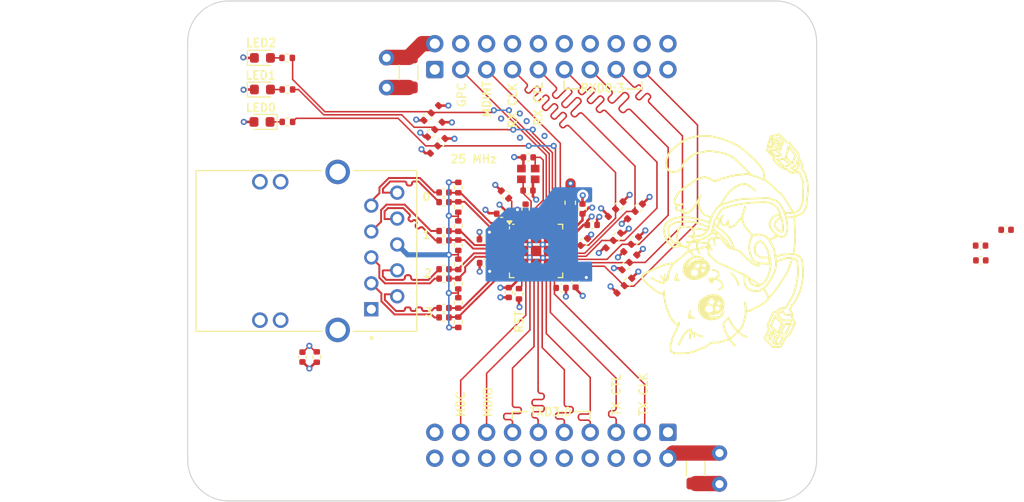
<source format=kicad_pcb>
(kicad_pcb (version 20240108) (generator "pcbnew") (generator_version "8.0")
  (layers (0 "F.Cu" signal) (1 "In1.Cu" signal) (2 "In2.Cu" signal) (31 "B.Cu" signal) (34 "B.Paste" user) (35 "F.Paste" user) (36 "B.SilkS" user "B.Silkscreen") (37 "F.SilkS" user "F.Silkscreen") (38 "B.Mask" user) (39 "F.Mask" user) (44 "Edge.Cuts" user))
  (net 0 "")
  (net 1 "GND")
  (net 3 "+3V3")
  (net 4 "/PHYAD2")
  (net 5 "/RXD1")
  (net 6 "/TXD2")
  (net 7 "/RXD0")
  (net 9 "/TXD1")
  (net 10 "/TXD0")
  (net 12 "/PLLOFF")
  (net 14 "/TX_CTL")
  (net 15 "/TXD3")
  (net 16 "/PHYAD0")
  (net 17 "Net-(D1-K)")
  (net 18 "Net-(D2-A)")
  (net 19 "Net-(D3-A)")
  (net 20 "/CFG_LDO0")
  (net 21 "/AVDDL")
  (net 22 "Net-(U1-RSTN)")
  (net 23 "Net-(U1-RBIAS)")
  (net 24 "/TX_CLK")
  (net 25 "/CFG_EXT")
  (net 26 "/PHYAD1")
  (net 27 "+1V1")
  (net 28 "/CFG_LDO1")
  (net 29 "/MDINT")
  (net 30 "/MDIO")
  (net 31 "/GPC")
  (net 32 "C_GND")
  (net 33 "/MDC")
  (net 34 "/XTAL_I")
  (net 35 "/XTAL_O")
  (net 36 "/TRX1+")
  (net 37 "/TDX1+")
  (net 38 "/TRX1-")
  (net 39 "/TDX1-")
  (net 40 "/TDX2+")
  (net 41 "/TRX2+")
  (net 42 "/TDX2-")
  (net 43 "/TRX2-")
  (net 44 "/TRX3+")
  (net 45 "/TDX3+")
  (net 46 "/TRX3-")
  (net 47 "/TDX3-")
  (net 48 "/TRX4+")
  (net 49 "/TDX4+")
  (net 50 "/TRX4-")
  (net 51 "/TDX4-")
  (net 56 "/TCT")
  (footprint "Resistor_SMD:R_0402_1005Metric" (layer "F.Cu") (at 154.875 103.215 90)
    (property "Reference" "R21" (hide yes))
    (property "Value" "49.9")
  )
  (footprint "Capacitor_SMD:C_0402_1005Metric" (layer "F.Cu") (at 153.475 101.79)
    (property "Reference" "C15" (hide yes))
    (property "Value" "6.8 nF")
  )
  (footprint "Resistor_SMD:R_0402_1005Metric" (layer "F.Cu") (at 154.875 95.69 90)
    (property "Reference" "R14" (hide yes))
    (property "Value" "49.9")
  )
  (footprint "Capacitor_SMD:C_0402_1005Metric" (layer "F.Cu") (at 208.575 97.925)
    (property "Reference" "C10" (hide yes))
    (property "Value" "0.1u")
  )
  (footprint "Capacitor_SMD:C_0402_1005Metric" (layer "F.Cu") (at 153.475 106.515)
    (property "Reference" "C24" (hide yes))
    (property "Value" "6.8 nF")
  )
  (footprint "Capacitor_SMD:C_0402_1005Metric" (layer "F.Cu") (at 153.475 94.265)
    (property "Reference" "C11" (hide yes))
    (property "Value" "6.8 nF")
  )
  (footprint "Resistor_SMD:R_0402_1005Metric" (layer "F.Cu") (at 160.825 104.2 90)
    (property "Reference" "R11" (hide yes))
    (property "Value" "4.7k")
  )
  (footprint "glasgow:cat" (layer "F.Cu") (at 181.825 99.675 90)
    (property "Reference" "REF**" (hide yes))
    (property "Value" "cat")
  )
  (footprint "glasgow:R-3-Way_0402_1005Metric" (layer "F.Cu") (at 172.185625 98.989376 -135)
    (property "Reference" "R4" (hide yes))
    (property "Value" "4.7k")
  )
  (footprint "Capacitor_SMD:C_0402_1005Metric" (layer "F.Cu") (at 161.7125 94.075 180)
    (property "Reference" "C26" (hide yes))
    (property "Value" "9p")
  )
  (footprint "glasgow:Glasgow" (layer "F.Cu") (at 150 100)
    (property "Reference" "J1" (hide yes))
    (property "Value" "Glasgow Port")
  )
  (footprint "Capacitor_SMD:C_0402_1005Metric" (layer "F.Cu") (at 157.43 98.865 180)
    (property "Reference" "C7" (hide yes))
    (property "Value" "0.1u")
  )
  (footprint "Capacitor_SMD:C_0402_1005Metric" (layer "F.Cu") (at 153.475 95.215)
    (property "Reference" "C12" (hide yes))
    (property "Value" "6.8 nF")
  )
  (footprint "Capacitor_SMD:C_0402_1005Metric" (layer "F.Cu") (at 206.075 99.475)
    (property "Reference" "C18" (hide yes))
    (property "Value" "0.1u")
  )
  (footprint "Resistor_SMD:R_0402_1005Metric" (layer "F.Cu") (at 141 110.4 -90)
    (property "Reference" "R10" (hide yes))
    (property "Value" "0")
  )
  (footprint "Resistor_SMD:R_0402_1005Metric" (layer "F.Cu") (at 154.875 101.315 90)
    (property "Reference" "R20" (hide yes))
    (property "Value" "49.9")
  )
  (footprint "Capacitor_SMD:C_1206_3216Metric" (layer "F.Cu") (at 150 82.5 -90)
    (property "Reference" "C20" (hide yes))
    (property "Value" "4.7u")
  )
  (footprint "Capacitor_SMD:C_0402_1005Metric" (layer "F.Cu") (at 161.475 95.9 90)
    (property "Reference" "C19" (hide yes))
    (property "Value" "0.1u")
  )
  (footprint "Resistor_SMD:R_0402_1005Metric" (layer "F.Cu") (at 138.125 84.175 180)
    (property "Reference" "R18" (hide yes))
    (property "Value" "150")
  )
  (footprint "Capacitor_SMD:C_0402_1005Metric" (layer "F.Cu") (at 166.375 103.075 -90)
    (property "Reference" "C8" (hide yes))
    (property "Value" "0.1u")
  )
  (footprint "Capacitor_SMD:C_0402_1005Metric" (layer "F.Cu") (at 157.45 101.175 180)
    (property "Reference" "C9" (hide yes))
    (property "Value" "0.1u")
  )
  (footprint "glasgow:R-3-Way_0402_1005Metric" (layer "F.Cu") (at 153.210625 89.339376 -135)
    (property "Reference" "R9" (hide yes))
    (property "Value" "4.7k")
  )
  (footprint "Capacitor_SMD:C_0402_1005Metric" (layer "F.Cu") (at 167.05 95.875 90)
    (property "Reference" "C4" (hide yes))
    (property "Value" "0.1u")
  )
  (footprint "Resistor_SMD:R_0402_1005Metric" (layer "F.Cu") (at 154.875 99.44 90)
    (property "Reference" "R16" (hide yes))
    (property "Value" "49.9")
  )
  (footprint "Capacitor_SMD:C_0402_1005Metric" (layer "F.Cu") (at 164.95 103.625)
    (property "Reference" "C1" (hide yes))
    (property "Value" "12p")
  )
  (footprint "glasgow:R-3-Way_0402_1005Metric" (layer "F.Cu") (at 172.560625 95.764376 -135)
    (property "Reference" "R8" (hide yes))
    (property "Value" "4.7k")
  )
  (footprint "Inductor_SMD:L_0603_1608Metric" (layer "F.Cu") (at 165.85 95.275 90)
    (property "Reference" "L1" (hide yes))
    (property "Value" "2.2 uH")
  )
  (footprint "Capacitor_SMD:C_0402_1005Metric" (layer "F.Cu") (at 159.125 96.35 180)
    (property "Reference" "C5" (hide yes))
    (property "Value" "0.1u")
  )
  (footprint "Capacitor_SMD:C_0402_1005Metric" (layer "F.Cu") (at 139.6 110.4 -90)
    (property "Reference" "C22" (hide yes))
    (property "Value" "0.1u")
  )
  (footprint "Resistor_SMD:R_0402_1005Metric" (layer "F.Cu") (at 154.875 106.99 90)
    (property "Reference" "R23" (hide yes))
    (property "Value" "49.9")
  )
  (footprint "Resistor_SMD:R_0402_1005Metric" (layer "F.Cu") (at 154.875 105.09 90)
    (property "Reference" "R22" (hide yes))
    (property "Value" "49.9")
  )
  (footprint "Capacitor_SMD:C_0402_1005Metric" (layer "F.Cu") (at 206.1 100.925)
    (property "Reference" "C21" (hide yes))
    (property "Value" "0.1u")
  )
  (footprint "Capacitor_SMD:C_0402_1005Metric" (layer "F.Cu") (at 153.475 105.59)
    (property "Reference" "C23" (hide yes))
    (property "Value" "6.8 nF")
  )
  (footprint "Capacitor_SMD:C_0402_1005Metric" (layer "F.Cu") (at 161.7375 90.825 180)
    (property "Reference" "C25" (hide yes))
    (property "Value" "9p")
  )
  (footprint "glasgow:XTAL_ECS-160-9-37-CKM-TR" (layer "F.Cu") (at 161.7375 92.45 180)
    (property "Reference" "Y1" (hide yes))
    (property "Value" "25 MHz")
  )
  (footprint "glasgow:R-3-Way_0402_1005Metric" (layer "F.Cu") (at 170.660625 95.539376 -135)
    (property "Reference" "R5" (hide yes))
    (property "Value" "4.7k")
  )
  (footprint "Resistor_SMD:R_0402_1005Metric" (layer "F.Cu") (at 159.45 94.475 -45)
    (property "Reference" "R12" (hide yes))
    (property "Value" "2.49K")
  )
  (footprint "glasgow:R-3-Way_0402_1005Metric" (layer "F.Cu") (at 170.435625 98.614376 -135)
    (property "Reference" "R7" (hide yes))
    (property "Value" "4.7k")
  )
  (footprint "Resistor_SMD:R_0402_1005Metric" (layer "F.Cu") (at 154.875 97.565 90)
    (property "Reference" "R15" (hide yes))
    (property "Value" "49.9")
  )
  (footprint "Capacitor_SMD:C_0402_1005Metric" (layer "F.Cu") (at 153.475 102.715)
    (property "Reference" "C16" (hide yes))
    (property "Value" "6.8 nF")
  )
  (footprint "Capacitor_SMD:C_1206_3216Metric" (layer "F.Cu") (at 178.15 121.325 -90)
    (property "Reference" "C17" (hide yes))
    (property "Value" "4.7u")
  )
  (footprint "glasgow:R-3-Way_0402_1005Metric" (layer "F.Cu") (at 152.214376 88.460625 45)
    (property "Reference" "R3" (hide yes))
    (property "Value" "4.7k")
  )
  (footprint "Resistor_SMD:R_0402_1005Metric" (layer "F.Cu") (at 138.125 87.35 180)
    (property "Reference" "R17" (hide yes))
    (property "Value" "150")
  )
  (footprint "Capacitor_SMD:C_0402_1005Metric" (layer "F.Cu") (at 167.2 99.125 45)
    (property "Reference" "C2" (hide yes))
    (property "Value" "12p")
  )
  (footprint "glasgow:QFN-40-1EP_5x5mm_P0.4mm_EP3.8x3.8mm" (layer "F.Cu") (at 162.5 100)
    (property "Reference" "U1" (hide yes))
    (property "Value" "MxL86110")
  )
  (footprint "Resistor_SMD:R_0402_1005Metric" (layer "F.Cu") (at 154.875 93.79 90)
    (property "Reference" "R13" (hide yes))
    (property "Value" "49.9")
  )
  (footprint "Resistor_SMD:R_0402_1005Metric" (layer "F.Cu") (at 138.1 81.075 180)
    (property "Reference" "R19" (hide yes))
    (property "Value" "150")
  )
  (footprint "Capacitor_SMD:C_0402_1005Metric" (layer "F.Cu") (at 159.825 104.075 -90)
    (property "Reference" "C3" (hide yes))
    (property "Value" "0.1u")
  )
  (footprint "Diode_SMD:D_0603_1608Metric" (layer "F.Cu") (at 135.675 84.175)
    (property "Reference" "D2" (hide yes))
    (property "Value" "LED")
  )
  (footprint "Diode_SMD:D_0603_1608Metric" (layer "F.Cu") (at 135.675 81.075)
    (property "Reference" "D3" (hide yes))
    (property "Value" "LED")
  )
  (footprint "Capacitor_SMD:C_0402_1005Metric" (layer "F.Cu") (at 153.475 98.04)
    (property "Reference" "C13" (hide yes))
    (property "Value" "6.8 nF")
  )
  (footprint "Diode_SMD:D_0603_1608Metric" (layer "F.Cu") (at 135.635 87.35 180)
    (property "Reference" "D1" (hide yes))
    (property "Value" "LED")
  )
  (footprint "glasgow:R-3-Way_0402_1005Metric" (layer "F.Cu") (at 171.289376 101.485625 45)
    (property "Reference" "R1" (hide yes))
    (property "Value" "4.7k")
  )
  (footprint "Capacitor_SMD:C_0402_1005Metric" (layer "F.Cu") (at 168 97.45)
    (property "Reference" "C6" (hide yes))
    (property "Value" "0.1u")
  )
  (footprint "glasgow:AMPHENOL_RJMG201K21120FR" (layer "F.Cu") (at 140 100 -90)
    (property "Reference" "J2" (hide yes))
    (property "Value" "RJ45_Amphenol_RJMG201K21120FR")
  )
  (footprint "glasgow:R-3-Way_0402_1005Metric" (layer "F.Cu") (at 171.510625 103.039376 -135)
    (property "Reference" "R2" (hide yes))
    (property "Value" "4.7k")
  )
  (footprint "glasgow:R-3-Way_0402_1005Metric" (layer "F.Cu") (at 151.864376 86.835625 45)
    (property "Reference" "R6" (hide yes))
    (property "Value" "4.7k")
  )
  (footprint "Capacitor_SMD:C_0402_1005Metric" (layer "F.Cu") (at 153.475 98.965)
    (property "Reference" "C14" (hide yes))
    (property "Value" "6.8 nF")
  )
  (gr_line (start 165.24 84.125) (end 166.764 84.125) (stroke (width 0.15)) (layer "F.SilkS"))
  (gr_line (start 160.16 116.51) (end 160.16 115.748) (stroke (width 0.15)) (layer "F.SilkS"))
  (gr_line (start 167.78 115.748) (end 166.256 115.748) (stroke (width 0.15)) (layer "F.SilkS"))
  (gr_line (start 167.78 116.51) (end 167.78 115.748) (stroke (width 0.15)) (layer "F.SilkS"))
  (gr_line (start 172.86 83.363) (end 172.86 84.125) (stroke (width 0.15)) (layer "F.SilkS"))
  (gr_line (start 172.86 84.125) (end 171.336 84.125) (stroke (width 0.15)) (layer "F.SilkS"))
  (gr_line (start 160.16 115.748) (end 161.684 115.748) (stroke (width 0.15)) (layer "F.SilkS"))
  (gr_line (start 165.24 83.363) (end 165.24 84.125) (stroke (width 0.15)) (layer "F.SilkS"))
  (gr_line (start 128.35 120.5) (end 128.35 79.5) (stroke (width 0.1)) (layer "Edge.Cuts"))
  (gr_arc (start 128.35 79.5) (mid 129.521573 76.671573) (end 132.35 75.5) (stroke (width 0.1)) (layer "Edge.Cuts"))
  (gr_arc (start 190 120.5) (mid 188.828427 123.328427) (end 186 124.5) (stroke (width 0.1)) (layer "Edge.Cuts"))
  (gr_arc (start 186 75.5) (mid 188.828398 76.671602) (end 190 79.5) (stroke (width 0.1)) (layer "Edge.Cuts"))
  (gr_line (start 132.35 75.5) (end 186 75.5) (stroke (width 0.1)) (layer "Edge.Cuts"))
  (gr_line (start 186 124.5) (end 132.35 124.5) (stroke (width 0.1)) (layer "Edge.Cuts"))
  (gr_line (start 190 79.5) (end 190 120.5) (stroke (width 0.1)) (layer "Edge.Cuts"))
  (gr_arc (start 132.35 124.5) (mid 129.521573 123.328427) (end 128.35 120.5) (stroke (width 0.1)) (layer "Edge.Cuts"))
  (gr_text "MDIO" (at 158.255 116.383 90) (layer "F.SilkS") (effects (font (size 0.8 0.8) (thickness 0.15) (bold yes)) (justify left bottom)))
  (gr_text "2" (at 151.397 102.667 0) (layer "F.SilkS") (effects (font (size 0.8 0.8) (thickness 0.15) (bold yes)) (justify left bottom)))
  (gr_text "3" (at 151.524 106.477 0) (layer "F.SilkS") (effects (font (size 0.8 0.8) (thickness 0.15) (bold yes)) (justify left bottom)))
  (gr_text "GPC\n" (at 155.680417 86 90) (layer "F.SilkS") (effects (font (size 0.8 0.8) (thickness 0.15) (bold yes)) (justify left bottom)))
  (gr_text "LED2" (at 133.975 80.075 0) (layer "F.SilkS") (effects (font (size 0.8 0.8) (thickness 0.15) (bold yes)) (justify left bottom)))
  (gr_text "MDINT\n" (at 158.128 87 90) (layer "F.SilkS") (effects (font (size 0.8 0.8) (thickness 0.15) (bold yes)) (justify left bottom)))
  (gr_text "RX CTL\n\n" (at 164.478 87.808 90) (layer "F.SilkS") (effects (font (size 0.8 0.8) (thickness 0.15) (bold yes)) (justify left bottom)))
  (gr_text "1" (at 151.27 98.857 0) (layer "F.SilkS") (effects (font (size 0.8 0.8) (thickness 0.15) (bold yes)) (justify left bottom)))
  (gr_text "MDC" (at 155.588 116.383 90) (layer "F.SilkS") (effects (font (size 0.8 0.8) (thickness 0.15) (bold yes)) (justify left bottom)))
  (gr_text "TX CTL" (at 170.828 116.256 90) (layer "F.SilkS") (effects (font (size 0.8 0.8) (thickness 0.15) (bold yes)) (justify left bottom)))
  (gr_text "TXD3:0" (at 161.811 116.256 0) (layer "F.SilkS") (effects (font (size 0.8 0.8) (thickness 0.15) (bold yes)) (justify left bottom)))
  (gr_text "0" (at 151.27 95.174 0) (layer "F.SilkS") (effects (font (size 0.8 0.8) (thickness 0.15) (bold yes)) (justify left bottom)))
  (gr_text "LED1" (at 133.925 83.25 0) (layer "F.SilkS") (effects (font (size 0.8 0.8) (thickness 0.15) (bold yes)) (justify left bottom)))
  (gr_text "TX CLK" (at 173.495 116.256 90) (layer "F.SilkS") (effects (font (size 0.8 0.8) (thickness 0.15) (bold yes)) (justify left bottom)))
  (gr_text "RX CLK\n" (at 160.668 88.062 90) (layer "F.SilkS") (effects (font (size 0.8 0.8) (thickness 0.15) (bold yes)) (justify left bottom)))
  (gr_text "LED0" (at 133.95 86.425 0) (layer "F.SilkS") (effects (font (size 0.8 0.8) (thickness 0.15) (bold yes)) (justify left bottom)))
  (gr_text "25 MHz" (at 154.025 91.45 0) (layer "F.SilkS") (effects (font (size 0.8 0.8) (thickness 0.15) (bold yes)) (justify left bottom)))
  (gr_text "RST" (at 161.303 108.128 90) (layer "F.SilkS") (effects (font (size 0.8 0.8) (thickness 0.15) (bold yes)) (justify left bottom)))
  (gr_text "RXD0:3" (at 166.764 84.506 0) (layer "F.SilkS") (effects (font (size 0.8 0.8) (thickness 0.15) (bold yes)) (justify left bottom)))
  (segment (start 170.428752 104.121249) (end 170.428752 104.103752) (width 0.25) (layer "F.Cu") (net 1))
  (segment (start 162.1925 93.195) (end 162.4125 92.975) (width 0.25) (layer "F.Cu") (net 1))
  (segment (start 162.52 100) (end 163.15 99.37) (width 0.25) (layer "F.Cu") (net 1))
  (segment (start 150 83.975) (end 147.864 83.975) (width 1.5) (layer "F.Cu") (net 1))
  (segment (start 162.1925 94.075) (end 162.1925 94.652246) (width 0.25) (layer "F.Cu") (net 1))
  (segment (start 161.2575 91.73) (end 161.0625 91.925) (width 0.25) (layer "F.Cu") (net 1))
  (segment (start 162.51 98.73) (end 163.15 99.37) (width 0.25) (layer "F.Cu") (net 1))
  (segment (start 162.5 100) (end 162.52 100) (width 0.25) (layer "F.Cu") (net 1))
  (segment (start 162.58 101.27) (end 163.17 100.68) (width 0.25) (layer "F.Cu") (net 1))
  (segment (start 171.103752 100.071249) (end 171.078751 100.071249) (width 0.25) (layer "F.Cu") (net 1))
  (segment (start 161.25 101.27) (end 161.88 100.64) (width 0.25) (layer "F.Cu") (net 1))
  (segment (start 169.578752 96.528752) (end 168.875 95.825) (width 0.25) (layer "F.Cu") (net 1))
  (segment (start 161.2575 90.825) (end 161.2575 91.73) (width 0.25) (layer "F.Cu") (net 1))
  (segment (start 169.353752 99.696249) (end 169.153751 99.696249) (width 0.25) (layer "F.Cu") (net 1))
  (segment (start 167.05 94.575) (end 167.075 94.55) (width 0.25) (layer "F.Cu") (net 1))
  (segment (start 159.005 104.555) (end 159 104.55) (width 0.25) (layer "F.Cu") (net 1))
  (segment (start 166.35 103.73) (end 166.405 103.73) (width 0.25) (layer "F.Cu") (net 1))
  (segment (start 162.1925 94.075) (end 162.1925 93.195) (width 0.25) (layer "F.Cu") (net 1))
  (segment (start 159.089376 94.114376) (end 158.5 93.525) (width 0.25) (layer "F.Cu") (net 1))
  (segment (start 152.128752 90.421249) (end 151.654806 90.421249) (width 0.25) (layer "F.Cu") (net 1))
  (segment (start 162.5 101.27) (end 162.58 101.27) (width 0.25) (layer "F.Cu") (net 1))
  (segment (start 170.428752 104.103752) (end 169.8 103.475) (width 0.25) (layer "F.Cu") (net 1))
  (segment (start 161.23 100) (end 161.24 100) (width 0.25) (layer "F.Cu") (net 1))
  (segment (start 147.864 83.975) (end 147.841 83.998) (width 0.25) (layer "F.Cu") (net 1))
  (segment (start 165.43 103.625) (end 165.43 104.47) (width 0.25) (layer "F.Cu") (net 1))
  (segment (start 133.85 81.075) (end 133.8 81.025) (width 0.25) (layer "F.Cu") (net 1))
  (segment (start 149.975 84) (end 150 83.975) (width 0.25) (layer "F.Cu") (net 1))
  (segment (start 178.15 122.8) (end 180.42 122.8) (width 1.5) (layer "F.Cu") (net 1))
  (segment (start 150.821249 87.196249) (end 150.75 87.125) (width 0.25) (layer "F.Cu") (net 1))
  (segment (start 162.5 100) (end 162.5 100.01) (width 0.25) (layer "F.Cu") (net 1))
  (segment (start 162.1925 94.652246) (end 162.511911 94.971657) (width 0.25) (layer "F.Cu") (net 1))
  (segment (start 167.539411 98.785589) (end 167.539411 98.760589) (width 0.25) (layer "F.Cu") (net 1))
  (segment (start 163.77 98.75) (end 163.15 99.37) (width 0.25) (layer "F.Cu") (net 1))
  (segment (start 139.6 110.88) (end 139.63 110.88) (width 0.25) (layer "F.Cu") (net 1))
  (segment (start 180.42 122.8) (end 180.48 122.86) (width 1.5) (layer "F.Cu") (net 1))
  (segment (start 151.503752 87.196249) (end 150.821249 87.196249) (width 0.25) (layer "F.Cu") (net 1))
  (segment (start 151.571349 88.821249) (end 151.15 88.3999) (width 0.25) (layer "F.Cu") (net 1))
  (segment (start 162.5 100.02) (end 161.88 100.64) (width 0.25) (layer "F.Cu") (net 1))
  (segment (start 161.23 98.73) (end 161.89 99.39) (width 0.25) (layer "F.Cu") (net 1))
  (segment (start 162.5 100) (end 161.89 99.39) (width 0.25) (layer "F.Cu") (net 1))
  (segment (start 169.153751 99.696249) (end 168.65 100.2) (width 0.25) (layer "F.Cu") (net 1))
  (segment (start 171.078751 100.071249) (end 170.525 100.625) (width 0.25) (layer "F.Cu") (net 1))
  (segment (start 162.5 101.27) (end 162.5 101.26) (width 0.25) (layer "F.Cu") (net 1))
  (segment (start 151.853752 88.821249) (end 151.571349 88.821249) (width 0.25) (layer "F.Cu") (net 1))
  (segment (start 167.05 95.395) (end 167.05 94.575) (width 0.25) (layer "F.Cu") (net 1))
  (segment (start 134.8875 81.075) (end 133.85 81.075) (width 0.25) (layer "F.Cu") (net 1))
  (segment (start 158.37 96.3) (end 157.870606 96.3) (width 0.25) (layer "F.Cu") (net 1))
  (segment (start 133.85 84.175) (end 133.825 84.2) (width 0.25) (layer "F.Cu") (net 1))
  (segment (start 161.2575 90.825) (end 160.375 90.825) (width 0.25) (layer "F.Cu") (net 1))
  (segment (start 160.375 90.825) (end 160.35 90.8) (width 0.25) (layer "F.Cu") (net 1))
  (segment (start 169.578752 96.621249) (end 169.578752 96.528752) (width 0.25) (layer "F.Cu") (net 1))
  (segment (start 156.975 98.99) (end 156.975 98.16) (width 0.25) (layer "F.Cu") (net 1))
  (segment (start 163.77 101.27) (end 163.76 101.27) (width 0.25) (layer "F.Cu") (net 1))
  (segment (start 161.23 101.27) (end 161.25 101.27) (width 0.25) (layer "F.Cu") (net 1))
  (segment (start 163.77 98.73) (end 163.77 98.75) (width 0.25) (layer "F.Cu") (net 1))
  (segment (start 156.97 101.175) (end 156.97 102.02) (width 0.25) (layer "F.Cu") (net 1))
  (segment (start 162.5 98.73) (end 162.51 98.73) (width 0.25) (layer "F.Cu") (net 1))
  (segment (start 162.5 100) (end 162.5 100.02) (width 0.25) (layer "F.Cu") (net 1))
  (segment (start 161.24 100) (end 161.88 100.64) (width 0.25) (layer "F.Cu") (net 1))
  (segment (start 163.76 101.27) (end 163.17 100.68) (width 0.25) (layer "F.Cu") (net 1))
  (segment (start 159.825 104.555) (end 159.005 104.555) (width 0.25) (layer "F.Cu") (net 1))
  (segment (start 171.395195 96.846249) (end 170.895722 97.345722) (width 0.25) (layer "F.Cu") (net 1))
  (segment (start 163.77 100) (end 163.77 100.08) (width 0.25) (layer "F.Cu") (net 1))
  (segment (start 167.539411 98.760589) (end 167.9 98.4) (width 0.25) (layer "F.Cu") (net 1))
  (segment (start 139.63 110.88) (end 140.275 111.525) (width 0.25) (layer "F.Cu") (net 1))
  (segment (start 168.48 97.45) (end 168.48 96.875471) (width 0.25) (layer "F.Cu") (net 1))
  (segment (start 165.43 104.47) (end 165.425 104.475) (width 0.25) (layer "F.Cu") (net 1))
  (segment (start 141 110.91) (end 140.89 110.91) (width 0.25) (layer "F.Cu") (net 1))
  (segment (start 163.77 100.08) (end 163.17 100.68) (width 0.25) (layer "F.Cu") (net 1))
  (segment (start 162.5 100.01) (end 163.17 100.68) (width 0.25) (layer "F.Cu") (net 1))
  (segment (start 166.405 103.73) (end 167.075 104.4) (width 0.25) (layer "F.Cu") (net 1))
  (segment (start 162.5 101.26) (end 161.88 100.64) (width 0.25) (layer "F.Cu") (net 1))
  (segment (start 156.97 102.02) (end 156.975 102.025) (width 0.25) (layer "F.Cu") (net 1))
  (segment (start 168.48 96.875471) (end 168.699253 96.656218) (width 0.25) (layer "F.Cu") (net 1))
  (segment (start 170.773657 101.691154) (end 170.928752 101.846249) (width 0.25) (layer "F.Cu") (net 1))
  (segment (start 171.478752 96.846249) (end 171.395195 96.846249) (width 0.25) (layer "F.Cu") (net 1))
  (segment (start 151.654806 90.421249) (end 151.266129 90.032572) (width 0.25) (layer "F.Cu") (net 1))
  (segment (start 170.129914 101.691154) (end 170.773657 101.691154) (width 0.25) (layer "F.Cu") (net 1))
  (segment (start 157.870606 96.3) (end 157.535303 95.964697) (width 0.25) (layer "F.Cu") (net 1))
  (segment (start 140.89 110.91) (end 140.275 111.525) (width 0.25) (layer "F.Cu") (net 1))
  (segment (start 134.8875 84.175) (end 133.85 84.175) (width 0.25) (layer "F.Cu") (net 1))
  (via (at 161.88 100.64) (size 0.6) (drill 0.3) (layers "F.Cu" "B.Cu") (net 1))
  (via (at 168.875 95.825) (size 0.6) (drill 0.3) (layers "F.Cu" "B.Cu") (net 1))
  (via (at 163.17 100.68) (size 0.6) (drill 0.3) (layers "F.Cu" "B.Cu") (net 1))
  (via (at 163.325 88.725) (size 0.6) (drill 0.3) (layers "F.Cu" "B.Cu") (net 1))
  (via (at 180.48 122.86) (size 1.5) (drill 0.8) (layers "F.Cu" "B.Cu") (net 1))
  (via (at 169.8 103.475) (size 0.6) (drill 0.3) (layers "F.Cu" "B.Cu") (net 1))
  (via (at 150.75 87.125) (size 0.6) (drill 0.3) (layers "F.Cu" "B.Cu") (net 1))
  (via (at 163.15 99.37) (size 0.6) (drill 0.3) (layers "F.Cu" "B.Cu") (net 1))
  (via (at 161.89 99.39) (size 0.6) (drill 0.3) (layers "F.Cu" "B.Cu") (net 1))
  (via (at 158.5 93.525) (size 0.6) (drill 0.3) (layers "F.Cu" "B.Cu") (net 1))
  (via (at 157.535303 95.964697) (size 0.6) (drill 0.3) (layers "F.Cu" "B.Cu") (net 1))
  (via (at 162.511911 94.971657) (size 0.6) (drill 0.3) (layers "F.Cu" "B.Cu") (net 1))
  (via (at 140.275 111.525) (size 0.6) (drill 0.3) (layers "F.Cu" "B.Cu") (net 1))
  (via (at 159.075 87.025) (size 0.6) (drill 0.3) (layers "F.Cu" "B.Cu") (net 1))
  (via (at 160.925 88.9) (size 0.6) (drill 0.3) (layers "F.Cu" "B.Cu") (net 1))
  (via (at 160.9 86.525) (size 0.6) (drill 0.3) (layers "F.Cu" "B.Cu") (net 1))
  (via (at 159 104.55) (size 0.6) (drill 0.3) (layers "F.Cu" "B.Cu") (net 1))
  (via (at 168.65 100.2) (size 0.6) (drill 0.3) (layers "F.Cu" "B.Cu") (net 1))
  (via (at 161.575 87.275) (size 0.6) (drill 0.3) (layers "F.Cu" "B.Cu") (net 1))
  (via (at 170.895722 97.345722) (size 0.6) (drill 0.3) (layers "F.Cu" "B.Cu") (net 1))
  (via (at 151.15 88.3999) (size 0.6) (drill 0.3) (layers "F.Cu" "B.Cu") (net 1))
  (via (at 168.699253 96.656218) (size 0.6) (drill 0.3) (layers "F.Cu" "B.Cu") (net 1))
  (via (at 147.841 83.998) (size 1.5) (drill 0.8) (layers "F.Cu" "B.Cu") (net 1))
  (via (at 167.9 98.4) (size 0.6) (drill 0.3) (layers "F.Cu" "B.Cu") (net 1))
  (via (at 133.825 84.2) (size 0.6) (drill 0.3) (layers "F.Cu" "B.Cu") (net 1))
  (via (at 151.266129 90.032572) (size 0.6) (drill 0.3) (layers "F.Cu" "B.Cu") (net 1))
  (via (at 167.075 104.4) (size 0.6) (drill 0.3) (layers "F.Cu" "B.Cu") (net 1))
  (via (at 156.955 98.14) (size 0.6) (drill 0.3) (layers "F.Cu" "B.Cu") (net 1))
  (via (at 170.129914 101.691154) (size 0.6) (drill 0.3) (layers "F.Cu" "B.Cu") (net 1))
  (via (at 170.525 100.625) (size 0.6) (drill 0.3) (layers "F.Cu" "B.Cu") (net 1))
  (via (at 156.975 102.025) (size 0.6) (drill 0.3) (layers "F.Cu" "B.Cu") (net 1))
  (via (at 167.075 94.55) (size 0.6) (drill 0.3) (layers "F.Cu" "B.Cu") (net 1))
  (via (at 165.425 104.475) (size 0.6) (drill 0.3) (layers "F.Cu" "B.Cu") (net 1))
  (via (at 133.8 81.025) (size 0.6) (drill 0.3) (layers "F.Cu" "B.Cu") (net 1))
  (via (at 160.35 90.8) (size 0.6) (drill 0.3) (layers "F.Cu" "B.Cu") (net 1))
  (segment (start 153.896248 85.753752) (end 153.9 85.75) (width 0.25) (layer "F.Cu") (net 3))
  (segment (start 175.43 120.57) (end 175.43 120.32) (width 0.25) (layer "F.Cu") (net 3))
  (segment (start 180.48 119.812) (end 175.938 119.812) (width 1.5) (layer "F.Cu") (net 3))
  (segment (start 154.478752 88.978752) (end 154.5 89) (width 0.25) (layer "F.Cu") (net 3))
  (segment (start 153.571249 88.978752) (end 154.478752 88.978752) (width 0.25) (layer "F.Cu") (net 3))
  (segment (start 167.144362 97.45) (end 167.52 97.45) (width 0.25) (layer "F.Cu") (net 3))
  (segment (start 172.921249 95.403752) (end 173.625 94.7) (width 0.25) (layer "F.Cu") (net 3))
  (segment (start 159.005 103.595) (end 159 103.6) (width 0.25) (layer "F.Cu") (net 3))
  (segment (start 152.946249 85.753752) (end 153.896248 85.753752) (width 0.25) (layer "F.Cu") (net 3))
  (segment (start 159.93 96.449834) (end 159.479834 96.449834) (width 0.25) (layer "F.Cu") (net 3))
  (segment (start 175.43 120.32) (end 175.9 119.85) (width 0.25) (layer "F.Cu") (net 3))
  (segment (start 167.52 97.055) (end 167.95 96.625) (width 0.25) (layer "F.Cu") (net 3))
  (segment (start 150 81.025) (end 147.893 81.025) (width 1.5) (layer "F.Cu") (net 3))
  (segment (start 171.591339 97.816339) (end 171.153926 98.253752) (width 0.25) (layer "F.Cu") (net 3))
  (segment (start 171.153926 98.253752) (end 170.796249 98.253752) (width 0.25) (layer "F.Cu") (net 3))
  (segment (start 171.021249 95.153852) (end 171.675101 94.5) (width 0.25) (layer "F.Cu") (net 3))
  (segment (start 167.675 95.75) (end 167.07 96.355) (width 0.25) (layer "F.Cu") (net 3))
  (segment (start 172.574534 98.628752) (end 173.214143 97.989143) (width 0.25) (layer "F.Cu") (net 3))
  (segment (start 165.435864 98.6) (end 164.9875 98.6) (width 0.25) (layer "F.Cu") (net 3))
  (segment (start 167.05 96.355) (end 167.05 96.985864) (width 0.25) (layer "F.Cu") (net 3))
  (segment (start 164.9875 99) (end 165.594362 99) (width 0.25) (layer "F.Cu") (net 3))
  (segment (start 168 95.75) (end 167.675 95.75) (width 0.25) (layer "F.Cu") (net 3))
  (segment (start 159.605 96.155) (end 159.605 96.35) (width 0.25) (layer "F.Cu") (net 3))
  (segment (start 147.893 81.025) (end 147.841 81.077) (width 0.25) (layer "F.Cu") (net 3))
  (segment (start 153.296249 87.378752) (end 154.228752 87.378752) (width 0.25) (layer "F.Cu") (net 3))
  (segment (start 177.68 120.32) (end 178.15 119.85) (width 0.25) (layer "F.Cu") (net 3))
  (segment (start 175.938 119.812) (end 175.43 120.32) (width 1.5) (layer "F.Cu") (net 3))
  (segment (start 160.825 104.71) (end 160.825 105.45) (width 0.25) (layer "F.Cu") (net 3))
  (segment (start 160.7 102.875) (end 160.7 102.4875) (width 0.25) (layer "F.Cu") (net 3))
  (segment (start 165.594362 99) (end 167.144362 97.45) (width 0.25) (layer "F.Cu") (net 3))
  (segment (start 151.345 79.68) (end 150 81.025) (width 1.5) (layer "F.Cu") (net 3))
  (segment (start 160.825 105.45) (end 160.875 105.5) (width 0.25) (layer "F.Cu") (net 3))
  (segment (start 159.825 103.595) (end 159.98 103.595) (width 0.25) (layer "F.Cu") (net 3))
  (segment (start 167.52 97.45) (end 167.52 97.055) (width 0.25) (layer "F.Cu") (net 3))
  (segment (start 172.546249 98.628752) (end 172.574534 98.628752) (width 0.25) (layer "F.Cu") (net 3))
  (segment (start 152.57 79.68) (end 151.345 79.68) (width 1.5) (layer "F.Cu") (net 3))
  (segment (start 159.98 103.595) (end 160.7 102.875) (width 0.25) (layer "F.Cu") (net 3))
  (segment (start 175.775 119.975) (end 175.43 120.32) (width 0.25) (layer "F.Cu") (net 3))
  (segment (start 171.021249 95.178752) (end 171.021249 95.153852) (width 0.25) (layer "F.Cu") (net 3))
  (segment (start 160.7 97.5125) (end 160.7 97.219834) (width 0.25) (layer "F.Cu") (net 3))
  (segment (start 154.228752 87.378752) (end 154.25 87.4) (width 0.25) (layer "F.Cu") (net 3))
  (segment (start 172.371249 100.403752) (end 172.975 99.8) (width 0.25) (layer "F.Cu") (net 3))
  (segment (start 180.442 119.85) (end 180.48 119.812) (width 0.25) (layer "F.Cu") (net 3))
  (segment (start 158.9125 95.4625) (end 159.605 96.155) (width 0.25) (layer "F.Cu") (net 3))
  (segment (start 134.8875 87.35) (end 133.85 87.35) (width 0.25) (layer "F.Cu") (net 3))
  (segment (start 175.43 120.32) (end 177.68 120.32) (width 0.25) (layer "F.Cu") (net 3))
  (segment (start 160.7 97.219834) (end 159.93 96.449834) (width 0.25) (layer "F.Cu") (net 3))
  (segment (start 167.07 96.355) (end 167.05 96.355) (width 0.25) (layer "F.Cu") (net 3))
  (segment (start 167.05 96.985864) (end 165.435864 98.6) (width 0.25) (layer "F.Cu") (net 3))
  (segment (start 159.825 103.595) (end 159.005 103.595) (width 0.25) (layer "F.Cu") (net 3))
  (segment (start 171.871249 102.678752) (end 172.525 102.025) (width 0.25) (layer "F.Cu") (net 3))
  (via (at 171.675101 94.5) (size 0.6) (drill 0.3) (layers "F.Cu" "B.Cu") (net 3))
  (via (at 160.875 105.5) (size 0.6) (drill 0.3) (layers "F.Cu" "B.Cu") (net 3))
  (via (at 159 103.6) (size 0.6) (drill 0.3) (layers "F.Cu" "B.Cu") (net 3))
  (via (at 154.25 87.4) (size 0.6) (drill 0.3) (layers "F.Cu" "B.Cu") (net 3))
  (via (at 173.214143 97.989143) (size 0.6) (drill 0.3) (layers "F.Cu" "B.Cu") (net 3))
  (via (at 147.841 81.077) (size 1.5) (drill 0.8) (layers "F.Cu" "B.Cu") (net 3))
  (via (at 172.525 102.025) (size 0.6) (drill 0.3) (layers "F.Cu" "B.Cu") (net 3))
  (via (at 180.48 119.812) (size 1.5) (drill 0.8) (layers "F.Cu" "B.Cu") (net 3))
  (via (at 133.85 87.35) (size 0.6) (drill 0.3) (layers "F.Cu" "B.Cu") (net 3))
  (via (at 167.95 96.625) (size 0.6) (drill 0.3) (layers "F.Cu" "B.Cu") (net 3))
  (via (at 172.975 99.8) (size 0.6) (drill 0.3) (layers "F.Cu" "B.Cu") (net 3))
  (via (at 168 95.75) (size 0.6) (drill 0.3) (layers "F.Cu" "B.Cu") (net 3))
  (via (at 158.9125 95.4625) (size 0.6) (drill 0.3) (layers "F.Cu" "B.Cu") (net 3))
  (via (at 154.5 89) (size 0.6) (drill 0.3) (layers "F.Cu" "B.Cu") (net 3))
  (via (at 173.625 94.7) (size 0.6) (drill 0.3) (layers "F.Cu" "B.Cu") (net 3))
  (via (at 153.9 85.75) (size 0.6) (drill 0.3) (layers "F.Cu" "B.Cu") (net 3))
  (via (at 171.591339 97.816339) (size 0.6) (drill 0.3) (layers "F.Cu" "B.Cu") (net 3))
  (segment (start 166.241835 86.093873) (end 166.835804 85.499903) (width 0.15) (layer "F.Cu") (net 4))
  (segment (start 166.5 100.225) (end 167.274122 100.225) (width 0.15) (layer "F.Cu") (net 4))
  (segment (start 172.200001 91.690001) (end 167.056423 86.546423) (width 0.15) (layer "F.Cu") (net 4))
  (segment (start 165.065204 84.555204) (end 164.652252 84.968153) (width 0.15) (layer "F.Cu") (net 4))
  (segment (start 166.009903 86.325804) (end 166.241835 86.093873) (width 0.15) (layer "F.Cu") (net 4))
  (segment (start 171.374122 96.125) (end 172.200001 96.125) (width 0.15) (layer "F.Cu") (net 4))
  (segment (start 165.930704 84.232764) (end 165.840194 84.142254) (width 0.15) (layer "F.Cu") (net 4))
  (segment (start 165.478155 84.142254) (end 165.065204 84.555204) (width 0.15) (layer "F.Cu") (net 4))
  (segment (start 166.100414 86.778354) (end 166.009904 86.687844) (width 0.15) (layer "F.Cu") (net 4))
  (segment (start 163.830279 83.320279) (end 162.73 82.22) (width 0.15) (layer "F.Cu") (net 4))
  (segment (start 166.383255 85.047354) (end 165.970304 85.460304) (width 0.15) (layer "F.Cu") (net 4))
  (segment (start 166.694383 86.546422) (end 166.462452 86.778354) (width 0.15) (layer "F.Cu") (net 4))
  (segment (start 164.199703 84.515604) (end 164.431635 84.283673) (width 0.15) (layer "F.Cu") (net 4))
  (segment (start 164.290214 84.968154) (end 164.199704 84.877644) (width 0.15) (layer "F.Cu") (net 4))
  (segment (start 165.104803 85.420704) (end 165.517754 85.007754) (width 0.15) (layer "F.Cu") (net 4))
  (segment (start 165.970304 85.460304) (end 165.557352 85.873253) (width 0.15) (layer "F.Cu") (net 4))
  (segment (start 167.274122 100.225) (end 171.374122 96.125) (width 0.15) (layer "F.Cu") (net 4))
  (segment (start 165.195314 85.873254) (end 165.104804 85.782744) (width 0.15) (layer "F.Cu") (net 4))
  (segment (start 172.200001 95.992572) (end 172.200001 91.690001) (width 0.15) (layer "F.Cu") (net 4))
  (segment (start 164.431635 83.921635) (end 164.341126 83.831126) (width 0.15) (layer "F.Cu") (net 4))
  (segment (start 166.175101 99.9001) (end 166.5 100.225) (width 0.15) (layer "F.Cu") (net 4))
  (segment (start 165.465254 99.9001) (end 166.175101 99.9001) (width 0.15) (layer "F.Cu") (net 4))
  (segment (start 164.9875 99.8) (end 165.365154 99.8) (width 0.15) (layer "F.Cu") (net 4))
  (segment (start 165.365154 99.8) (end 165.465254 99.9001) (width 0.15) (layer "F.Cu") (net 4))
  (segment (start 165.517754 85.007754) (end 165.930704 84.594803) (width 0.15) (layer "F.Cu") (net 4))
  (segment (start 164.341126 83.831126) (end 163.830279 83.320279) (width 0.15) (layer "F.Cu") (net 4))
  (segment (start 166.835804 85.137864) (end 166.745294 85.047354) (width 0.15) (layer "F.Cu") (net 4))
  (arc (start 167.056423 86.546423) (mid 166.875404 86.471442) (end 166.694383 86.546422) (width 0.15) (layer "F.Cu") (net 4))
  (arc (start 164.431635 84.283673) (mid 164.506616 84.102654) (end 164.431635 83.921635) (width 0.15) (layer "F.Cu") (net 4))
  (arc (start 166.835804 85.499903) (mid 166.910785 85.318883) (end 166.835804 85.137864) (width 0.15) (layer "F.Cu") (net 4))
  (arc (start 164.652252 84.968153) (mid 164.471233 85.043135) (end 164.290214 84.968154) (width 0.15) (layer "F.Cu") (net 4))
  (arc (start 165.557352 85.873253) (mid 165.376333 85.948235) (end 165.195314 85.873254) (width 0.15) (layer "F.Cu") (net 4))
  (arc (start 165.840194 84.142254) (mid 165.659175 84.067273) (end 165.478155 84.142254) (width 0.15) (layer "F.Cu") (net 4))
  (arc (start 166.745294 85.047354) (mid 166.564275 84.972373) (end 166.383255 85.047354) (width 0.15) (layer "F.Cu") (net 4))
  (arc (start 165.930704 84.594803) (mid 166.005685 84.413783) (end 165.930704 84.232764) (width 0.15) (layer "F.Cu") (net 4))
  (arc (start 166.462452 86.778354) (mid 166.281433 86.853335) (end 166.100414 86.778354) (width 0.15) (layer "F.Cu") (net 4))
  (arc (start 164.199704 84.877644) (mid 164.124723 84.696625) (end 164.199703 84.515604) (width 0.15) (layer "F.Cu") (net 4))
  (arc (start 166.009904 86.687844) (mid 165.934923 86.506825) (end 166.009903 86.325804) (width 0.15) (layer "F.Cu") (net 4))
  (arc (start 165.104804 85.782744) (mid 165.029823 85.601725) (end 165.104803 85.420704) (width 0.15) (layer "F.Cu") (net 4))
  (segment (start 171.006046 84.559032) (end 170.577539 84.987538) (width 0.15) (layer "F.Cu") (net 5))
  (segment (start 170.577539 84.987538) (end 170.14903 85.416043) (width 0.15) (layer "F.Cu") (net 5))
  (segment (start 172.595607 99.35) (end 175.45 96.495607) (width 0.15) (layer "F.Cu") (net 5))
  (segment (start 169.874672 84.284672) (end 169.774264 84.184264) (width 0.15) (layer "F.Cu") (net 5))
  (segment (start 170.822199 86.349428) (end 170.721789 86.249018) (width 0.15) (layer "F.Cu") (net 5))
  (segment (start 166.026756 100.6) (end 166.251554 100.8248) (width 0.15) (layer "F.Cu") (net 5))
  (segment (start 175.45 89.86) (end 171.782452 86.192452) (width 0.15) (layer "F.Cu") (net 5))
  (segment (start 175.45 96.495607) (end 175.45 89.86) (width 0.15) (layer "F.Cu") (net 5))
  (segment (start 171.508092 84.659442) (end 171.407682 84.559032) (width 0.15) (layer "F.Cu") (net 5))
  (segment (start 166.251554 100.8248) (end 169.4502 100.8248) (width 0.15) (layer "F.Cu") (net 5))
  (segment (start 170.721789 85.847382) (end 170.878767 85.690405) (width 0.15) (layer "F.Cu") (net 5))
  (segment (start 170.878767 85.690405) (end 171.508092 85.061079) (width 0.15) (layer "F.Cu") (net 5))
  (segment (start 169.38262 83.79262) (end 167.81 82.22) (width 0.15) (layer "F.Cu") (net 5))
  (segment (start 169.4502 100.8248) (end 170.925 99.35) (width 0.15) (layer "F.Cu") (net 5))
  (segment (start 171.825001 99.35) (end 172.595607 99.35) (width 0.15) (layer "F.Cu") (net 5))
  (segment (start 170.925 99.35) (end 171.825001 99.35) (width 0.15) (layer "F.Cu") (net 5))
  (segment (start 169.747394 85.416044) (end 169.646984 85.315634) (width 0.15) (layer "F.Cu") (net 5))
  (segment (start 164.9875 100.6) (end 166.026756 100.6) (width 0.15) (layer "F.Cu") (net 5))
  (segment (start 169.774264 84.184264) (end 169.38262 83.79262) (width 0.15) (layer "F.Cu") (net 5))
  (segment (start 169.646984 84.913998) (end 169.874671 84.686308) (width 0.15) (layer "F.Cu") (net 5))
  (segment (start 171.380814 86.192451) (end 171.223837 86.349429) (width 0.15) (layer "F.Cu") (net 5))
  (arc (start 171.508092 85.061079) (mid 171.591274 84.86026) (end 171.508092 84.659442) (width 0.15) (layer "F.Cu") (net 5))
  (arc (start 170.14903 85.416043) (mid 169.948212 85.499226) (end 169.747394 85.416044) (width 0.15) (layer "F.Cu") (net 5))
  (arc (start 171.223837 86.349429) (mid 171.023017 86.43261) (end 170.822199 86.349428) (width 0.15) (layer "F.Cu") (net 5))
  (arc (start 171.782452 86.192452) (mid 171.581634 86.10927) (end 171.380814 86.192451) (width 0.15) (layer "F.Cu") (net 5))
  (arc (start 169.646984 85.315634) (mid 169.563802 85.114816) (end 169.646984 84.913998) (width 0.15) (layer "F.Cu") (net 5))
  (arc (start 171.407682 84.559032) (mid 171.206864 84.47585) (end 171.006046 84.559032) (width 0.15) (layer "F.Cu") (net 5))
  (arc (start 170.721789 86.249018) (mid 170.638607 86.0482) (end 170.721789 85.847382) (width 0.15) (layer "F.Cu") (net 5))
  (arc (start 169.874671 84.686308) (mid 169.957854 84.48549) (end 169.874672 84.284672) (width 0.15) (layer "F.Cu") (net 5))
  (segment (start 163.29 115.52179) (end 163.29 115.40179) (width 0.15) (layer "F.Cu") (net 6))
  (segment (start 162.11 114.92179) (end 162.11 114.80179) (width 0.15) (layer "F.Cu") (net 6))
  (segment (start 163.05 115.16179) (end 162.7 115.16179) (width 0.15) (layer "F.Cu") (net 6))
  (segment (start 162.46 115.76179) (end 163.05 115.76179) (width 0.15) (layer "F.Cu") (net 6))
  (segment (start 162.46 116.36179) (end 162.35 116.36179) (width 0.15) (layer "F.Cu") (net 6))
  (segment (start 162.11 116.12179) (end 162.11 116.00179) (width 0.15) (layer "F.Cu") (net 6))
  (segment (start 163.05 113.96179) (end 162.94 113.96179) (width 0.15) (layer "F.Cu") (net 6))
  (segment (start 162.7 113.60179) (end 162.7 112.975) (width 0.15) (layer "F.Cu") (net 6))
  (segment (start 162.35 114.56179) (end 162.7 114.56179) (width 0.15) (layer "F.Cu") (net 6))
  (segment (start 162.7 112.975) (end 162.7 102.4875) (width 0.15) (layer "F.Cu") (net 6))
  (segment (start 162.7 114.56179) (end 163.05 114.56179) (width 0.15) (layer "F.Cu") (net 6))
  (segment (start 162.7 117.75) (end 162.7 116.60179) (width 0.15) (layer "F.Cu") (net 6))
  (segment (start 162.73 117.78) (end 162.7 117.75) (width 0.15) (layer "F.Cu") (net 6))
  (segment (start 163.29 114.32179) (end 163.29 114.20179) (width 0.15) (layer "F.Cu") (net 6))
  (segment (start 162.7 113.72179) (end 162.7 113.60179) (width 0.15) (layer "F.Cu") (net 6))
  (segment (start 162.7 115.16179) (end 162.35 115.16179) (width 0.15) (layer "F.Cu") (net 6))
  (segment (start 162.35 115.76179) (end 162.46 115.76179) (width 0.15) (layer "F.Cu") (net 6))
  (arc (start 162.35 116.36179) (mid 162.180294 116.291496) (end 162.11 116.12179) (width 0.15) (layer "F.Cu") (net 6))
  (arc (start 162.7 116.60179) (mid 162.629706 116.432084) (end 162.46 116.36179) (width 0.15) (layer "F.Cu") (net 6))
  (arc (start 162.94 113.96179) (mid 162.770294 113.891496) (end 162.7 113.72179) (width 0.15) (layer "F.Cu") (net 6))
  (arc (start 163.29 115.40179) (mid 163.219706 115.232084) (end 163.05 115.16179) (width 0.15) (layer "F.Cu") (net 6))
  (arc (start 162.11 114.80179) (mid 162.180294 114.632084) (end 162.35 114.56179) (width 0.15) (layer "F.Cu") (net 6))
  (arc (start 162.35 115.16179) (mid 162.180294 115.091496) (end 162.11 114.92179) (width 0.15) (layer "F.Cu") (net 6))
  (arc (start 163.05 115.76179) (mid 163.219706 115.691496) (end 163.29 115.52179) (width 0.15) (layer "F.Cu") (net 6))
  (arc (start 163.29 114.20179) (mid 163.219706 114.032084) (end 163.05 113.96179) (width 0.15) (layer "F.Cu") (net 6))
  (arc (start 163.05 114.56179) (mid 163.219706 114.491496) (end 163.29 114.32179) (width 0.15) (layer "F.Cu") (net 6))
  (arc (start 162.11 116.00179) (mid 162.180294 115.832084) (end 162.35 115.76179) (width 0.15) (layer "F.Cu") (net 6))
  (segment (start 167.4001 100.5249) (end 168.95 98.975) (width 0.15) (layer "F.Cu") (net 7))
  (segment (start 166.72614 84.159801) (end 166.792609 84.093333) (width 0.15) (layer "F.Cu") (net 7))
  (segment (start 166.704929 83.654929) (end 166.523846 83.473846) (width 0.15) (layer "F.Cu") (net 7))
  (segment (start 170.075001 98.975) (end 171.175 98.975) (width 0.15) (layer "F.Cu") (net 7))
  (segment (start 164.9875 100.2) (end 166.050878 100.2) (width 0.15) (layer "F.Cu") (net 7))
  (segment (start 169.069499 84.972981) (end 168.981817 84.885299) (width 0.15) (layer "F.Cu") (net 7))
  (segment (start 168.631092 84.885299) (end 168.283195 85.233195) (width 0.15) (layer "F.Cu") (net 7))
  (segment (start 168.95 98.975) (end 170.075001 98.975) (width 0.15) (layer "F.Cu") (net 7))
  (segment (start 166.792608 83.742607) (end 166.704929 83.654929) (width 0.15) (layer "F.Cu") (net 7))
  (segment (start 166.375777 100.5249) (end 167.4001 100.5249) (width 0.15) (layer "F.Cu") (net 7))
  (segment (start 166.813823 84.598209) (end 166.726141 84.510527) (width 0.15) (layer "F.Cu") (net 7))
  (segment (start 167.690639 85.475025) (end 167.602957 85.387343) (width 0.15) (layer "F.Cu") (net 7))
  (segment (start 168.546241 85.846966) (end 169.069499 85.323706) (width 0.15) (layer "F.Cu") (net 7))
  (segment (start 166.523846 83.473846) (end 165.27 82.22) (width 0.15) (layer "F.Cu") (net 7))
  (segment (start 174.35 91.3) (end 169.335375 86.285375) (width 0.15) (layer "F.Cu") (net 7))
  (segment (start 167.754276 84.008483) (end 167.406379 84.356379) (width 0.15) (layer "F.Cu") (net 7))
  (segment (start 171.175 98.975) (end 174.35 95.8) (width 0.15) (layer "F.Cu") (net 7))
  (segment (start 166.050878 100.2) (end 166.375777 100.5249) (width 0.15) (layer "F.Cu") (net 7))
  (segment (start 174.35 95.8) (end 174.35 91.3) (width 0.15) (layer "F.Cu") (net 7))
  (segment (start 167.844787 84.794787) (end 168.192683 84.44689) (width 0.15) (layer "F.Cu") (net 7))
  (segment (start 168.192683 84.096165) (end 168.105001 84.008483) (width 0.15) (layer "F.Cu") (net 7))
  (segment (start 168.479774 85.913436) (end 168.546241 85.846966) (width 0.15) (layer "F.Cu") (net 7))
  (segment (start 167.602956 85.036617) (end 167.844787 84.794787) (width 0.15) (layer "F.Cu") (net 7))
  (segment (start 168.567455 86.351842) (end 168.479773 86.26416) (width 0.15) (layer "F.Cu") (net 7))
  (segment (start 167.406379 84.356379) (end 167.164547 84.598208) (width 0.15) (layer "F.Cu") (net 7))
  (segment (start 168.984649 86.285374) (end 168.918181 86.351843) (width 0.15) (layer "F.Cu") (net 7))
  (segment (start 168.283195 85.233195) (end 168.041363 85.475024) (width 0.15) (layer "F.Cu") (net 7))
  (segment (start 165.27 82.22) (end 165.27 82.245) (width 0.15) (layer "F.Cu") (net 7))
  (arc (start 168.918181 86.351843) (mid 168.742817 86.42448) (end 168.567455 86.351842) (width 0.15) (layer "F.Cu") (net 7))
  (arc (start 168.192683 84.44689) (mid 168.265321 84.271527) (end 168.192683 84.096165) (width 0.15) (layer "F.Cu") (net 7))
  (arc (start 167.602957 85.387343) (mid 167.530319 85.211981) (end 167.602956 85.036617) (width 0.15) (layer "F.Cu") (net 7))
  (arc (start 169.335375 86.285375) (mid 169.160013 86.212737) (end 168.984649 86.285374) (width 0.15) (layer "F.Cu") (net 7))
  (arc (start 166.726141 84.510527) (mid 166.653503 84.335165) (end 166.72614 84.159801) (width 0.15) (layer "F.Cu") (net 7))
  (arc (start 169.069499 85.323706) (mid 169.142137 85.148343) (end 169.069499 84.972981) (width 0.15) (layer "F.Cu") (net 7))
  (arc (start 166.792609 84.093333) (mid 166.865246 83.917969) (end 166.792608 83.742607) (width 0.15) (layer "F.Cu") (net 7))
  (arc (start 168.479773 86.26416) (mid 168.407135 86.088798) (end 168.479774 85.913436) (width 0.15) (layer "F.Cu") (net 7))
  (arc (start 168.105001 84.008483) (mid 167.929639 83.935845) (end 167.754276 84.008483) (width 0.15) (layer "F.Cu") (net 7))
  (arc (start 167.164547 84.598208) (mid 166.989185 84.670847) (end 166.813823 84.598209) (width 0.15) (layer "F.Cu") (net 7))
  (arc (start 168.981817 84.885299) (mid 168.806455 84.812661) (end 168.631092 84.885299) (width 0.15) (layer "F.Cu") (net 7))
  (arc (start 168.041363 85.475024) (mid 167.866001 85.547663) (end 167.690639 85.475025) (width 0.15) (layer "F.Cu") (net 7))
  (segment (start 165.89 115.265235) (end 165.51 115.265235) (width 0.15) (layer "F.Cu") (net 9))
  (segment (start 165.27 117.78) (end 165.27 116.705235) (width 0.15) (layer "F.Cu") (net 9))
  (segment (start 165.27 114.652168) (end 165.27 111.645) (width 0.15) (layer "F.Cu") (net 9))
  (segment (start 166.13 115.625235) (end 166.13 115.505235) (width 0.15) (layer "F.Cu") (net 9))
  (segment (start 163.1 109.475) (end 163.1 102.4875) (width 0.15) (layer "F.Cu") (net 9))
  (segment (start 164.41 116.225235) (end 164.41 116.105235) (width 0.15) (layer "F.Cu") (net 9))
  (segment (start 165.27 115.025235) (end 165.27 114.905235) (width 0.15) (layer "F.Cu") (net 9))
  (segment (start 165.27 114.905235) (end 165.27 114.652168) (width 0.15) (layer "F.Cu") (net 9))
  (segment (start 165.03 115.865235) (end 165.89 115.865235) (width 0.15) (layer "F.Cu") (net 9))
  (segment (start 165.03 116.465235) (end 164.65 116.465235) (width 0.15) (layer "F.Cu") (net 9))
  (segment (start 165.27 111.645) (end 163.1 109.475) (width 0.15) (layer "F.Cu") (net 9))
  (segment (start 164.65 115.865235) (end 165.03 115.865235) (width 0.15) (layer "F.Cu") (net 9))
  (arc (start 165.89 115.865235) (mid 166.059706 115.794941) (end 166.13 115.625235) (width 0.15) (layer "F.Cu") (net 9))
  (arc (start 165.51 115.265235) (mid 165.340294 115.194941) (end 165.27 115.025235) (width 0.15) (layer "F.Cu") (net 9))
  (arc (start 164.65 116.465235) (mid 164.480294 116.394941) (end 164.41 116.225235) (width 0.15) (layer "F.Cu") (net 9))
  (arc (start 166.13 115.505235) (mid 166.059706 115.335529) (end 165.89 115.265235) (width 0.15) (layer "F.Cu") (net 9))
  (arc (start 165.27 116.705235) (mid 165.199706 116.535529) (end 165.03 116.465235) (width 0.15) (layer "F.Cu") (net 9))
  (arc (start 164.41 116.105235) (mid 164.480294 115.935529) (end 164.65 115.865235) (width 0.15) (layer "F.Cu") (net 9))
  (segment (start 167.81 115.747083) (end 167.81 115.627083) (width 0.15) (layer "F.Cu") (net 10))
  (segment (start 167.81 115.627083) (end 167.81 115.405188) (width 0.15) (layer "F.Cu") (net 10))
  (segment (start 163.5 108.1) (end 163.5 102.4875) (width 0.15) (layer "F.Cu") (net 10))
  (segment (start 166.89 115.987083) (end 167.57 115.987083) (width 0.15) (layer "F.Cu") (net 10))
  (segment (start 167.81 117.78) (end 167.81 116.827083) (width 0.15) (layer "F.Cu") (net 10))
  (segment (start 167.81 115.405188) (end 167.81 112.41) (width 0.15) (layer "F.Cu") (net 10))
  (segment (start 167.57 116.587083) (end 166.89 116.587083) (width 0.15) (layer "F.Cu") (net 10))
  (segment (start 167.81 112.41) (end 163.5 108.1) (width 0.15) (layer "F.Cu") (net 10))
  (segment (start 166.65 116.347083) (end 166.65 116.227083) (width 0.15) (layer "F.Cu") (net 10))
  (arc (start 167.57 115.987083) (mid 167.739706 115.916789) (end 167.81 115.747083) (width 0.15) (layer "F.Cu") (net 10))
  (arc (start 166.65 116.227083) (mid 166.720294 116.057377) (end 166.89 115.987083) (width 0.15) (layer "F.Cu") (net 10))
  (arc (start 166.89 116.587083) (mid 166.720294 116.516789) (end 166.65 116.347083) (width 0.15) (layer "F.Cu") (net 10))
  (arc (start 167.81 116.827083) (mid 167.739706 116.657377) (end 167.57 116.587083) (width 0.15) (layer "F.Cu") (net 10))
  (segment (start 170.35 82.22) (end 172.001515 83.871515) (width 0.15) (layer "F.Cu") (net 12))
  (segment (start 172.335269 83.871515) (end 172.404566 83.802219) (width 0.15) (layer "F.Cu") (net 12))
  (segment (start 172.766604 85.108951) (end 173.002777 84.872777) (width 0.15) (layer "F.Cu") (net 12))
  (segment (start 173.586846 85.456846) (end 173.670285 85.540285) (width 0.15) (layer "F.Cu") (net 12))
  (segment (start 174.138249 86.008249) (end 176.85 88.72) (width 0.15) (layer "F.Cu") (net 12))
  (segment (start 173.572705 84.636603) (end 173.656143 84.720041) (width 0.15) (layer "F.Cu") (net 12))
  (segment (start 172.349411 85.025513) (end 172.432849 85.108951) (width 0.15) (layer "F.Cu") (net 12))
  (segment (start 176.85 97.470607) (end 173.195606 101.125001) (width 0.15) (layer "F.Cu") (net 12))
  (segment (start 173.656144 85.053797) (end 173.586846 85.123092) (width 0.15) (layer "F.Cu") (net 12))
  (segment (start 164.9875 101) (end 166.002631 101) (width 0.15) (layer "F.Cu") (net 12))
  (segment (start 173.195606 101.125001) (end 171.65 101.125001) (width 0.15) (layer "F.Cu") (net 12))
  (segment (start 173.670285 85.540285) (end 174.138249 86.008249) (width 0.15) (layer "F.Cu") (net 12))
  (segment (start 166.002631 101) (end 166.152631 101.15) (width 0.15) (layer "F.Cu") (net 12))
  (segment (start 172.752461 84.288708) (end 172.349411 84.691758) (width 0.15) (layer "F.Cu") (net 12))
  (segment (start 176.85 88.72) (end 176.85 97.470607) (width 0.15) (layer "F.Cu") (net 12))
  (segment (start 172.73832 83.802219) (end 172.821758 83.885657) (width 0.15) (layer "F.Cu") (net 12))
  (segment (start 173.002777 84.872777) (end 173.238949 84.636602) (width 0.15) (layer "F.Cu") (net 12))
  (segment (start 172.821757 84.219411) (end 172.752461 84.288708) (width 0.15) (layer "F.Cu") (net 12))
  (segment (start 166.152631 101.15) (end 171.975001 101.15) (width 0.15) (layer "F.Cu") (net 12))
  (arc (start 173.238949 84.636602) (mid 173.405828 84.567481) (end 173.572705 84.636603) (width 0.15) (layer "F.Cu") (net 12))
  (arc (start 172.349411 84.691758) (mid 172.280288 84.858635) (end 172.349411 85.025513) (width 0.15) (layer "F.Cu") (net 12))
  (arc (start 172.001515 83.871515) (mid 172.168392 83.940638) (end 172.335269 83.871515) (width 0.15) (layer "F.Cu") (net 12))
  (arc (start 172.432849 85.108951) (mid 172.599727 85.178073) (end 172.766604 85.108951) (width 0.15) (layer "F.Cu") (net 12))
  (arc (start 173.656143 84.720041) (mid 173.725265 84.886919) (end 173.656144 85.053797) (width 0.15) (layer "F.Cu") (net 12))
  (arc (start 172.404566 83.802219) (mid 172.571443 83.733096) (end 172.73832 83.802219) (width 0.15) (layer "F.Cu") (net 12))
  (arc (start 172.821758 83.885657) (mid 172.89088 84.052535) (end 172.821757 84.219411) (width 0.15) (layer "F.Cu") (net 12))
  (arc (start 173.586846 85.123092) (mid 173.517723 85.289969) (end 173.586846 85.456846) (width 0.15) (layer "F.Cu") (net 12))
  (segment (start 170.35 115.406503) (end 170.35 115.278503) (width 0.15) (layer "F.Cu") (net 14))
  (segment (start 170.35 114.726004) (end 170.35 112.475) (width 0.15) (layer "F.Cu") (net 14))
  (segment (start 169.876 115.662503) (end 170.094 115.662503) (width 0.15) (layer "F.Cu") (net 14))
  (segment (start 170.094 116.302503) (end 169.876 116.302503) (width 0.15) (layer "F.Cu") (net 14))
  (segment (start 169.62 116.046503) (end 169.62 115.918503) (width 0.15) (layer "F.Cu") (net 14))
  (segment (start 170.35 115.278503) (end 170.35 114.726004) (width 0.15) (layer "F.Cu") (net 14))
  (segment (start 170.35 117.78) (end 170.35 116.558503) (width 0.15) (layer "F.Cu") (net 14))
  (segment (start 170.35 112.475) (end 163.9 106.025) (width 0.15) (layer "F.Cu") (net 14))
  (segment (start 163.9 106.025) (end 163.9 102.4875) (width 0.15) (layer "F.Cu") (net 14))
  (arc (start 169.62 115.918503) (mid 169.694981 115.737484) (end 169.876 115.662503) (width 0.15) (layer "F.Cu") (net 14))
  (arc (start 170.094 115.662503) (mid 170.275019 115.587522) (end 170.35 115.406503) (width 0.15) (layer "F.Cu") (net 14))
  (arc (start 169.876 116.302503) (mid 169.694981 116.227522) (end 169.62 116.046503) (width 0.15) (layer "F.Cu") (net 14))
  (arc (start 170.35 116.558503) (mid 170.275019 116.377484) (end 170.094 116.302503) (width 0.15) (layer "F.Cu") (net 14))
  (segment (start 160.19 117.78) (end 160.19 116.774045) (width 0.15) (layer "F.Cu") (net 15))
  (segment (start 162.3 109.375) (end 162.3 102.4875) (width 0.15) (layer "F.Cu") (net 15))
  (segment (start 159.95 116.534045) (end 159.57 116.534045) (width 0.15) (layer "F.Cu") (net 15))
  (segment (start 160.19 114.36061) (end 160.19 111.485) (width 0.15) (layer "F.Cu") (net 15))
  (segment (start 160.19 115.094045) (end 160.19 114.974045) (width 0.15) (layer "F.Cu") (net 15))
  (segment (start 160.19 114.974045) (end 160.19 114.36061) (width 0.15) (layer "F.Cu") (net 15))
  (segment (start 160.81 115.334045) (end 160.43 115.334045) (width 0.15) (layer "F.Cu") (net 15))
  (segment (start 159.33 116.294045) (end 159.33 116.174045) (width 0.15) (layer "F.Cu") (net 15))
  (segment (start 160.19 111.485) (end 162.3 109.375) (width 0.15) (layer "F.Cu") (net 15))
  (segment (start 159.57 115.934045) (end 159.95 115.934045) (width 0.15) (layer "F.Cu") (net 15))
  (segment (start 159.95 115.934045) (end 160.81 115.934045) (width 0.15) (layer "F.Cu") (net 15))
  (segment (start 161.05 115.694045) (end 161.05 115.574045) (width 0.15) (layer "F.Cu") (net 15))
  (arc (start 161.05 115.574045) (mid 160.979706 115.404339) (end 160.81 115.334045) (width 0.15) (layer "F.Cu") (net 15))
  (arc (start 160.19 116.774045) (mid 160.119706 116.604339) (end 159.95 116.534045) (width 0.15) (layer "F.Cu") (net 15))
  (arc (start 159.33 116.174045) (mid 159.400294 116.004339) (end 159.57 115.934045) (width 0.15) (layer "F.Cu") (net 15))
  (arc (start 160.43 115.334045) (mid 160.260294 115.263751) (end 160.19 115.094045) (width 0.15) (layer "F.Cu") (net 15))
  (arc (start 160.81 115.934045) (mid 160.979706 115.863751) (end 161.05 115.694045) (width 0.15) (layer "F.Cu") (net 15))
  (arc (start 159.57 116.534045) (mid 159.400294 116.463751) (end 159.33 116.294045) (width 0.15) (layer "F.Cu") (net 15))
  (segment (start 165.574834 101.5) (end 165.474834 101.4) (width 0.15) (layer "F.Cu") (net 16))
  (segment (start 169.912493 102.216054) (end 169.196439 101.5) (width 0.15) (layer "F.Cu") (net 16))
  (segment (start 169.196439 101.5) (end 165.574834 101.5) (width 0.15) (layer "F.Cu") (net 16))
  (segment (start 171.175 103.45) (end 169.941054 102.216054) (width 0.15) (layer "F.Cu") (net 16))
  (segment (start 178.325 97.2) (end 172.075 103.45) (width 0.15) (layer "F.Cu") (net 16))
  (segment (start 172.89 82.22) (end 178.325 87.655) (width 0.15) (layer "F.Cu") (net 16))
  (segment (start 178.325 87.655) (end 178.325 97.2) (width 0.15) (layer "F.Cu") (net 16))
  (segment (start 172.075 103.45) (end 171.175 103.45) (width 0.15) (layer "F.Cu") (net 16))
  (segment (start 169.941054 102.216054) (end 169.912493 102.216054) (width 0.15) (layer "F.Cu") (net 16))
  (segment (start 165.474834 101.4) (end 164.9875 101.4) (width 0.15) (layer "F.Cu") (net 16))
  (segment (start 136.4875 87.375) (end 136.4625 87.35) (width 0.15) (layer "F.Cu") (net 17))
  (segment (start 137.615 87.35) (end 136.4625 87.35) (width 0.15) (layer "F.Cu") (net 17))
  (segment (start 137.615 84.175) (end 136.4625 84.175) (width 0.15) (layer "F.Cu") (net 18))
  (segment (start 136.5125 84.225) (end 136.4625 84.175) (width 0.15) (layer "F.Cu") (net 18))
  (segment (start 137.59 81.075) (end 136.4625 81.075) (width 0.15) (layer "F.Cu") (net 19))
  (segment (start 136.4875 81.1) (end 136.4625 81.075) (width 0.15) (layer "F.Cu") (net 19))
  (segment (start 163.5 97.5125) (end 163.5 95.997366) (width 0.15) (layer "F.Cu") (net 20))
  (segment (start 150.55 87.875) (end 152.349999 87.875) (width 0.15) (layer "F.Cu") (net 20))
  (segment (start 163.5 95.997366) (end 164.0996 95.397766) (width 0.15) (layer "F.Cu") (net 20))
  (segment (start 162.175 88.436756) (end 162.175 88.1) (width 0.15) (layer "F.Cu") (net 20))
  (segment (start 159.713661 88.113661) (end 159.700001 88.100001) (width 0.15) (layer "F.Cu") (net 20))
  (segment (start 141.675778 86.6499) (end 149.3249 86.6499) (width 0.15) (layer "F.Cu") (net 20))
  (segment (start 149.3249 86.6499) (end 150.55 87.875) (width 0.15) (layer "F.Cu") (net 20))
  (segment (start 164.0996 95.397766) (end 164.0996 90.361355) (width 0.15) (layer "F.Cu") (net 20))
  (segment (start 152.349999 87.875) (end 152.575 88.100001) (width 0.15) (layer "F.Cu") (net 20))
  (segment (start 159.700001 88.100001) (end 152.575 88.100001) (width 0.15) (layer "F.Cu") (net 20))
  (segment (start 164.0996 90.361355) (end 162.175 88.436756) (width 0.15) (layer "F.Cu") (net 20))
  (segment (start 139.200878 84.175) (end 141.675778 86.6499) (width 0.15) (layer "F.Cu") (net 20))
  (segment (start 160.261339 88.113661) (end 159.713661 88.113661) (width 0.15) (layer "F.Cu") (net 20))
  (segment (start 138.635 84.175) (end 139.200878 84.175) (width 0.15) (layer "F.Cu") (net 20))
  (via (at 160.261339 88.113661) (size 0.6) (drill 0.3) (layers "F.Cu" "B.Cu") (net 20))
  (via (at 162.175 88.1) (size 0.6) (drill 0.3) (layers "F.Cu" "B.Cu") (net 20))
  (segment (start 160.275 88.1) (end 160.261339 88.113661) (width 0.15) (layer "B.Cu") (net 20))
  (segment (start 162.175 88.1) (end 160.275 88.1) (width 0.15) (layer "B.Cu") (net 20))
  (segment (start 158.105 101) (end 157.93 101.175) (width 0.25) (layer "F.Cu") (net 21))
  (segment (start 165.3795 101.7995) (end 164.988 101.7995) (width 0.25) (layer "F.Cu") (net 21))
  (segment (start 165.875 94.4625) (end 165.85 94.4875) (width 0.25) (layer "F.Cu") (net 21))
  (segment (start 165.875 93.375) (end 165.85 93.4) (width 0.25) (layer "F.Cu") (net 21))
  (segment (start 161.475 96.3) (end 161.128839 95.953839) (width 0.25) (layer "F.Cu") (net 21))
  (segment (start 161.475 97.4875) (end 161.5 97.5125) (width 0.25) (layer "F.Cu") (net 21))
  (segment (start 164.988 101.7995) (end 164.9875 101.8) (width 0.25) (layer "F.Cu") (net 21))
  (segment (start 161.475 96.38) (end 161.475 96.3) (width 0.25) (layer "F.Cu") (net 21))
  (segment (start 157.93 101.98) (end 157.95 102) (width 0.25) (layer "F.Cu") (net 21))
  (segment (start 158.045 99) (end 157.91 98.865) (width 0.25) (layer "F.Cu") (net 21))
  (segment (start 160.0125 101) (end 158.105 101) (width 0.25) (layer "F.Cu") (net 21))
  (segment (start 160.0125 99) (end 158.045 99) (width 0.25) (layer "F.Cu") (net 21))
  (segment (start 165.875 93.375) (end 165.875 94.4625) (width 1) (layer "F.Cu") (net 21))
  (segment (start 167.425 102.6) (end 166.18 102.6) (width 0.25) (layer "F.Cu") (net 21))
  (segment (start 166.18 102.6) (end 165.3795 101.7995) (width 0.25) (layer "F.Cu") (net 21))
  (segment (start 161.128839 95.953839) (end 160.671161 95.953839) (width 0.25) (layer "F.Cu") (net 21))
  (segment (start 157.91 98.9325) (end 157.91 98.1775) (width 0.25) (layer "F.Cu") (net 21))
  (segment (start 157.93 101.175) (end 157.93 101.98) (width 0.25) (layer "F.Cu") (net 21))
  (segment (start 161.475 96.38) (end 161.475 97.4875) (width 0.25) (layer "F.Cu") (net 21))
  (via (at 165.875 93.375) (size 0.6) (drill 0.3) (layers "F.Cu" "B.Cu") (net 21))
  (via (at 167.425 102.6) (size 0.6) (drill 0.3) (layers "F.Cu" "B.Cu") (net 21))
  (via (at 157.93 98.1575) (size 0.6) (drill 0.3) (layers "F.Cu" "B.Cu") (net 21))
  (via (at 160.671161 95.953839) (size 0.6) (drill 0.3) (layers "F.Cu" "B.Cu") (net 21))
  (via (at 157.95 102) (size 0.6) (drill 0.3) (layers "F.Cu" "B.Cu") (net 21))
  (segment (start 161.1 103.415) (end 160.825 103.69) (width 0.15) (layer "F.Cu") (net 22))
  (segment (start 161.1 102.487501) (end 161.1 103.415) (width 0.15) (layer "F.Cu") (net 22))
  (segment (start 161.1 97.125) (end 160.1099 96.1349) (width 0.15) (layer "F.Cu") (net 23))
  (segment (start 160.1099 96.1349) (end 160.1099 95.1349) (width 0.15) (layer "F.Cu") (net 23))
  (segment (start 161.1 97.5125) (end 161.1 97.125) (width 0.15) (layer "F.Cu") (net 23))
  (segment (start 160.1099 95.1349) (end 159.810624 94.835624) (width 0.15) (layer "F.Cu") (net 23))
  (segment (start 173.15 113.075) (end 173.15 117.52) (width 0.15) (layer "F.Cu") (net 24))
  (segment (start 164.3 102.4875) (end 164.3 104.225) (width 0.15) (layer "F.Cu") (net 24))
  (segment (start 173.15 117.52) (end 172.89 117.78) (width 0.15) (layer "F.Cu") (net 24))
  (segment (start 164.3 104.225) (end 173.15 113.075) (width 0.15) (layer "F.Cu") (net 24))
  (segment (start 161.775 89.7) (end 152.850001 89.7) (width 0.15) (layer "F.Cu") (net 25))
  (segment (start 164.3995 89.8745) (end 164.225 89.7) (width 0.15) (layer "F.Cu") (net 25))
  (segment (start 163.9 97.5125) (end 163.9 96.021488) (width 0.15) (layer "F.Cu") (net 25))
  (segment (start 163.9 96.021488) (end 164.3995 95.521989) (width 0.15) (layer "F.Cu") (net 25))
  (segment (start 138.635 87.35) (end 138.985 87) (width 0.15) (layer "F.Cu") (net 25))
  (segment (start 164.3995 95.521989) (end 164.3995 89.8745) (width 0.15) (layer "F.Cu") (net 25))
  (segment (start 151.675878 89.7) (end 152.850001 89.7) (width 0.15) (layer "F.Cu") (net 25))
  (segment (start 138.985 87) (end 148.975878 87) (width 0.15) (layer "F.Cu") (net 25))
  (segment (start 148.975878 87) (end 151.675878 89.7) (width 0.15) (layer "F.Cu") (net 25))
  (via (at 161.775 89.7) (size 0.6) (drill 0.3) (layers "F.Cu" "B.Cu") (net 25))
  (via (at 164.225 89.7) (size 0.6) (drill 0.3) (layers "F.Cu" "B.Cu") (net 25))
  (segment (start 164.225 89.7) (end 161.775 89.7) (width 0.15) (layer "B.Cu") (net 25))
  (segment (start 161.492658 83.522658) (end 161.179836 83.209836) (width 0.15) (layer "F.Cu") (net 26))
  (segment (start 162.595748 84.625747) (end 162.850305 84.371188) (width 0.15) (layer "F.Cu") (net 26))
  (segment (start 164.123106 85.64399) (end 163.868547 85.898548) (width 0.15) (layer "F.Cu") (net 26))
  (segment (start 164.71708 86.747081) (end 164.46252 87.001637) (width 0.15) (layer "F.Cu") (net 26))
  (segment (start 164.9875 99.4) (end 165.009936 99.422436) (width 0.15) (layer "F.Cu") (net 26))
  (segment (start 161.179836 83.209836) (end 160.19 82.22) (width 0.15) (layer "F.Cu") (net 26))
  (segment (start 163.698838 84.88031) (end 163.613985 84.795457) (width 0.15) (layer "F.Cu") (net 26))
  (segment (start 161.577511 84.456039) (end 161.492658 84.371186) (width 0.15) (layer "F.Cu") (net 26))
  (segment (start 170.289376 92.319376) (end 165.735318 87.765318) (width 0.15) (layer "F.Cu") (net 26))
  (segment (start 164.97164 87.341052) (end 165.395904 86.916787) (width 0.15) (layer "F.Cu") (net 26))
  (segment (start 162.341191 84.880307) (end 162.595748 84.625747) (width 0.15) (layer "F.Cu") (net 26))
  (segment (start 161.577509 83.607508) (end 161.492658 83.522658) (width 0.15) (layer "F.Cu") (net 26))
  (segment (start 161.492658 84.031774) (end 161.577509 83.94692) (width 0.15) (layer "F.Cu") (net 26))
  (segment (start 164.12311 87.001638) (end 164.038257 86.916785) (width 0.15) (layer "F.Cu") (net 26))
  (segment (start 164.97164 87.850169) (end 164.886787 87.765316) (width 0.15) (layer "F.Cu") (net 26))
  (segment (start 165.009936 99.422436) (end 167.652564 99.422436) (width 0.15) (layer "F.Cu") (net 26))
  (segment (start 163.274577 86.153105) (end 163.189724 86.068252) (width 0.15) (layer "F.Cu") (net 26))
  (segment (start 167.652564 99.422436) (end 170.289376 96.785624) (width 0.15) (layer "F.Cu") (net 26))
  (segment (start 162.426044 85.304572) (end 162.341191 85.219719) (width 0.15) (layer "F.Cu") (net 26))
  (segment (start 163.274573 84.795457) (end 163.020014 85.050015) (width 0.15) (layer "F.Cu") (net 26))
  (segment (start 165.395906 87.765318) (end 165.311052 87.850169) (width 0.15) (layer "F.Cu") (net 26))
  (segment (start 162.171481 84.201482) (end 161.916921 84.456038) (width 0.15) (layer "F.Cu") (net 26))
  (segment (start 163.020014 85.050015) (end 162.765454 85.304571) (width 0.15) (layer "F.Cu") (net 26))
  (segment (start 165.395904 86.577376) (end 165.311051 86.492523) (width 0.15) (layer "F.Cu") (net 26))
  (segment (start 163.868547 85.898548) (end 163.613987 86.153104) (width 0.15) (layer "F.Cu") (net 26))
  (segment (start 164.038257 86.577373) (end 164.292814 86.322813) (width 0.15) (layer "F.Cu") (net 26))
  (segment (start 162.42604 83.946924) (end 162.171481 84.201482) (width 0.15) (layer "F.Cu") (net 26))
  (segment (start 162.850305 84.031777) (end 162.765452 83.946924) (width 0.15) (layer "F.Cu") (net 26))
  (segment (start 164.547371 85.728843) (end 164.462518 85.64399) (width 0.15) (layer "F.Cu") (net 26))
  (segment (start 164.971639 86.492523) (end 164.71708 86.747081) (width 0.15) (layer "F.Cu") (net 26))
  (segment (start 163.189724 85.72884) (end 163.444281 85.47428) (width 0.15) (layer "F.Cu") (net 26))
  (segment (start 164.292814 86.322813) (end 164.547371 86.068254) (width 0.15) (layer "F.Cu") (net 26))
  (segment (start 163.444281 85.47428) (end 163.698838 85.219721) (width 0.15) (layer "F.Cu") (net 26))
  (segment (start 164.886787 87.425904) (end 164.97164 87.341052) (width 0.15) (layer "F.Cu") (net 26))
  (segment (start 170.289376 96.785624) (end 170.289376 92.319376) (width 0.15) (layer "F.Cu") (net 26))
  (arc (start 163.189724 86.068252) (mid 163.119428 85.898545) (end 163.189724 85.72884) (width 0.15) (layer "F.Cu") (net 26))
  (arc (start 162.765452 83.946924) (mid 162.595746 83.876629) (end 162.42604 83.946924) (width 0.15) (layer "F.Cu") (net 26))
  (arc (start 161.492658 84.371186) (mid 161.422362 84.201479) (end 161.492658 84.031774) (width 0.15) (layer "F.Cu") (net 26))
  (arc (start 165.311052 87.850169) (mid 165.141347 87.920465) (end 164.97164 87.850169) (width 0.15) (layer "F.Cu") (net 26))
  (arc (start 163.698838 85.219721) (mid 163.769133 85.050015) (end 163.698838 84.88031) (width 0.15) (layer "F.Cu") (net 26))
  (arc (start 162.341191 85.219719) (mid 162.270895 85.050012) (end 162.341191 84.880307) (width 0.15) (layer "F.Cu") (net 26))
  (arc (start 161.916921 84.456038) (mid 161.747216 84.526334) (end 161.577511 84.456039) (width 0.15) (layer "F.Cu") (net 26))
  (arc (start 163.613985 84.795457) (mid 163.444279 84.725162) (end 163.274573 84.795457) (width 0.15) (layer "F.Cu") (net 26))
  (arc (start 164.038257 86.916785) (mid 163.967961 86.747078) (end 164.038257 86.577373) (width 0.15) (layer "F.Cu") (net 26))
  (arc (start 162.765454 85.304571) (mid 162.595749 85.374867) (end 162.426044 85.304572) (width 0.15) (layer "F.Cu") (net 26))
  (arc (start 165.311051 86.492523) (mid 165.141345 86.422228) (end 164.971639 86.492523) (width 0.15) (layer "F.Cu") (net 26))
  (arc (start 164.462518 85.64399) (mid 164.292812 85.573695) (end 164.123106 85.64399) (width 0.15) (layer "F.Cu") (net 26))
  (arc (start 161.577509 83.94692) (mid 161.647805 83.777215) (end 161.577509 83.607508) (width 0.15) (layer "F.Cu") (net 26))
  (arc (start 164.46252 87.001637) (mid 164.292815 87.071933) (end 164.12311 87.001638) (width 0.15) (layer "F.Cu") (net 26))
  (arc (start 164.886787 87.765316) (mid 164.816493 87.595611) (end 164.886787 87.425904) (width 0.15) (layer "F.Cu") (net 26))
  (arc (start 165.395904 86.916787) (mid 165.466199 86.747081) (end 165.395904 86.577376) (width 0.15) (layer "F.Cu") (net 26))
  (arc (start 162.850305 84.371188) (mid 162.9206 84.201482) (end 162.850305 84.031777) (width 0.15) (layer "F.Cu") (net 26))
  (arc (start 164.547371 86.068254) (mid 164.617666 85.898548) (end 164.547371 85.728843) (width 0.15) (layer "F.Cu") (net 26))
  (arc (start 163.613987 86.153104) (mid 163.444282 86.2234) (end 163.274577 86.153105) (width 0.15) (layer "F.Cu") (net 26))
  (arc (start 165.735318 87.765318) (mid 165.565611 87.695022) (end 165.395906 87.765318) (width 0.15) (layer "F.Cu") (net 26))
  (segment (start 152.275001 86.425) (end 152.225 86.475001) (width 0.15) (layer "F.Cu") (net 28))
  (segment (start 163.1 95.973244) (end 163.1 97.5125) (width 0.15) (layer "F.Cu") (net 28))
  (segment (start 163.7997 90.485578) (end 163.7997 95.273544) (width 0.15) (layer "F.Cu") (net 28))
  (segment (start 163.7997 95.273544) (end 163.1 95.973244) (width 0.15) (layer "F.Cu") (net 28))
  (segment (start 138.635 83.185) (end 141.8 86.35) (width 0.15) (layer "F.Cu") (net 28))
  (segment (start 138.635 81.25) (end 138.635 83.185) (width 0.15) (layer "F.Cu") (net 28))
  (segment (start 152.099999 86.35) (end 152.225 86.475001) (width 0.15) (layer "F.Cu") (net 28))
  (segment (start 159.841161 86.208839) (end 159.841161 86.527039) (width 0.15) (layer "F.Cu") (net 28))
  (segment (start 159.841161 86.527039) (end 163.7997 90.485578) (width 0.15) (layer "F.Cu") (net 28))
  (segment (start 141.8 86.35) (end 152.099999 86.35) (width 0.15) (layer "F.Cu") (net 28))
  (segment (start 158.361339 86.213661) (end 158.15 86.425) (width 0.15) (layer "F.Cu") (net 28))
  (segment (start 158.15 86.425) (end 152.275001 86.425) (width 0.15) (layer "F.Cu") (net 28))
  (via (at 159.841161 86.208839) (size 0.6) (drill 0.3) (layers "F.Cu" "B.Cu") (net 28))
  (via (at 158.361339 86.213661) (size 0.6) (drill 0.3) (layers "F.Cu" "B.Cu") (net 28))
  (segment (start 159.841161 86.208839) (end 159.836339 86.213661) (width 0.15) (layer "B.Cu") (net 28))
  (segment (start 159.836339 86.213661) (end 158.361339 86.213661) (width 0.15) (layer "B.Cu") (net 28))
  (segment (start 164.3 97.5125) (end 164.3 96.045611) (width 0.15) (layer "F.Cu") (net 29))
  (segment (start 164.3 96.045611) (end 164.875 95.470611) (width 0.15) (layer "F.Cu") (net 29))
  (segment (start 164.875 89.445) (end 157.65 82.22) (width 0.15) (layer "F.Cu") (net 29))
  (segment (start 164.875 95.470611) (end 164.875 89.445) (width 0.15) (layer "F.Cu") (net 29))
  (segment (start 161.9 107.75) (end 161.9 102.4875) (width 0.15) (layer "F.Cu") (net 30))
  (segment (start 157.65 117.78) (end 157.65 112) (width 0.15) (layer "F.Cu") (net 30))
  (segment (start 157.65 112) (end 161.9 107.75) (width 0.15) (layer "F.Cu") (net 30))
  (segment (start 162.7 95.949122) (end 163.4998 95.149322) (width 0.15) (layer "F.Cu") (net 31))
  (segment (start 162.7 97.5125) (end 162.7 95.949122) (width 0.15) (layer "F.Cu") (net 31))
  (segment (start 163.4998 95.149322) (end 163.4998 90.6098) (width 0.15) (layer "F.Cu") (net 31))
  (segment (start 163.4998 90.6098) (end 155.11 82.22) (width 0.15) (layer "F.Cu") (net 31))
  (segment (start 139.655 109.92) (end 140.275 109.3) (width 0.15) (layer "F.Cu") (net 32))
  (segment (start 140.865 109.89) (end 140.275 109.3) (width 0.15) (layer "F.Cu") (net 32))
  (segment (start 139.6 109.92) (end 139.655 109.92) (width 0.15) (layer "F.Cu") (net 32))
  (segment (start 141 109.89) (end 140.865 109.89) (width 0.15) (layer "F.Cu") (net 32))
  (via (at 140.275 109.3) (size 0.6) (drill 0.3) (layers "F.Cu" "B.Cu") (net 32))
  (segment (start 155.11 112.69) (end 161.5 106.3) (width 0.15) (layer "F.Cu") (net 33))
  (segment (start 161.5 106.3) (end 161.5 102.4875) (width 0.15) (layer "F.Cu") (net 33))
  (segment (start 155.11 117.78) (end 155.11 112.69) (width 0.15) (layer "F.Cu") (net 33))
  (segment (start 162.4125 91.02) (end 162.2175 90.825) (width 0.15) (layer "F.Cu") (net 34))
  (segment (start 162.4125 91.925) (end 162.4125 91.02) (width 0.15) (layer "F.Cu") (net 34))
  (segment (start 162.925 90.825) (end 162.2175 90.825) (width 0.15) (layer "F.Cu") (net 34))
  (segment (start 162.3 96.809051) (end 162.3098 96.799251) (width 0.15) (layer "F.Cu") (net 34))
  (segment (start 163.1999 95.0251) (end 163.1999 91.0999) (width 0.15) (layer "F.Cu") (net 34))
  (segment (start 162.3098 95.9152) (end 163.1999 95.0251) (width 0.15) (layer "F.Cu") (net 34))
  (segment (start 162.3098 96.799251) (end 162.3098 95.9152) (width 0.15) (layer "F.Cu") (net 34))
  (segment (start 163.1999 91.0999) (end 162.925 90.825) (width 0.15) (layer "F.Cu") (net 34))
  (segment (start 162.3 97.5125) (end 162.3 96.809051) (width 0.15) (layer "F.Cu") (net 34))
  (segment (start 162.0099 96.675028) (end 162.0099 95.124972) (width 0.15) (layer "F.Cu") (net 35))
  (segment (start 161.2325 93.145) (end 161.0625 92.975) (width 0.15) (layer "F.Cu") (net 35))
  (segment (start 161.2325 94.347572) (end 161.2325 94.075) (width 0.15) (layer "F.Cu") (net 35))
  (segment (start 161.2325 94.075) (end 161.2325 93.145) (width 0.15) (layer "F.Cu") (net 35))
  (segment (start 161.9 97.5125) (end 161.9 96.784928) (width 0.15) (layer "F.Cu") (net 35))
  (segment (start 161.9 96.784928) (end 162.0099 96.675028) (width 0.15) (layer "F.Cu") (net 35))
  (segment (start 162.0099 95.124972) (end 161.2325 94.347572) (width 0.15) (layer "F.Cu") (net 35))
  (segment (start 158.278997 97.2552) (end 158.0552 97.2552) (width 0.19) (layer "F.Cu") (net 36))
  (segment (start 159.223797 98.2) (end 158.278997 97.2552) (width 0.19) (layer "F.Cu") (net 36))
  (segment (start 155.1 94.3) (end 154.875 94.3) (width 0.19) (layer "F.Cu") (net 36))
  (segment (start 158.0552 97.2552) (end 155.1 94.3) (width 0.19) (layer "F.Cu") (net 36))
  (segment (start 160.0125 98.2) (end 159.223797 98.2) (width 0.19) (layer "F.Cu") (net 36))
  (segment (start 153.99 94.3) (end 153.955 94.265) (width 0.19) (layer "F.Cu") (net 36))
  (segment (start 154.875 94.3) (end 153.99 94.3) (width 0.19) (layer "F.Cu") (net 36))
  (segment (start 152.525692 94.265) (end 151.110691 92.85) (width 0.19) (layer "F.Cu") (net 37))
  (segment (start 152.995 94.265) (end 152.525692 94.265) (width 0.19) (layer "F.Cu") (net 37))
  (segment (start 147.146179 94.328821) (end 146.35 95.125) (width 0.19) (layer "F.Cu") (net 37))
  (segment (start 146.35 95.125) (end 146.35 95.555) (width 0.19) (layer "F.Cu") (net 37))
  (segment (start 151.110691 92.85) (end 148.066465 92.850001) (width 0.19) (layer "F.Cu") (net 37))
  (segment (start 147.146179 93.770288) (end 147.146179 94.328821) (width 0.19) (layer "F.Cu") (net 37))
  (segment (start 148.066465 92.850001) (end 147.146179 93.770288) (width 0.19) (layer "F.Cu") (net 37))
  (segment (start 155.499308 95.18) (end 154.875 95.18) (width 0.19) (layer "F.Cu") (net 38))
  (segment (start 159.401249 98.57) (end 159.113105 98.57) (width 0.19) (layer "F.Cu") (net 38))
  (segment (start 154.875 95.18) (end 153.99 95.18) (width 0.19) (layer "F.Cu") (net 38))
  (segment (start 159.113105 98.57) (end 158.138205 97.5951) (width 0.19) (layer "F.Cu") (net 38))
  (segment (start 160.0125 98.6) (end 159.431249 98.6) (width 0.19) (layer "F.Cu") (net 38))
  (segment (start 160.0125 98.6) (end 159.725 98.6) (width 0.19) (layer "F.Cu") (net 38))
  (segment (start 153.99 95.18) (end 153.955 95.215) (width 0.19) (layer "F.Cu") (net 38))
  (segment (start 158.138205 97.5951) (end 157.914408 97.5951) (width 0.19) (layer "F.Cu") (net 38))
  (segment (start 157.914408 97.5951) (end 155.499308 95.18) (width 0.19) (layer "F.Cu") (net 38))
  (segment (start 159.431249 98.6) (end 159.401249 98.57) (width 0.19) (layer "F.Cu") (net 38))
  (segment (start 151.3166 93.5366) (end 152.995 95.215) (width 0.19) (layer "F.Cu") (net 39))
  (segment (start 149.999458 93.5899) (end 150.139458 93.5899) (width 0.19) (layer "F.Cu") (net 39))
  (segment (start 148.207257 93.1899) (end 149.599458 93.1899) (width 0.19) (layer "F.Cu") (net 39))
  (segment (start 147.486079 94.285) (end 147.486079 93.911078) (width 0.19) (layer "F.Cu") (net 39))
  (segment (start 150.539458 93.1899) (end 150.679458 93.1899) (width 0.19) (layer "F.Cu") (net 39))
  (segment (start 150.9699 93.1899) (end 151.3166 93.5366) (width 0.19) (layer "F.Cu") (net 39))
  (segment (start 147.486079 93.911078) (end 148.207257 93.1899) (width 0.19) (layer "F.Cu") (net 39))
  (segment (start 150.679458 93.1899) (end 150.9699 93.1899) (width 0.19) (layer "F.Cu") (net 39))
  (segment (start 148.89 94.285) (end 147.486079 94.285) (width 0.19) (layer "F.Cu") (net 39))
  (arc (start 149.599458 93.1899) (mid 149.740879 93.248479) (end 149.799458 93.3899) (width 0.19) (layer "F.Cu") (net 39))
  (arc (start 150.139458 93.5899) (mid 150.280879 93.531321) (end 150.339458 93.3899) (width 0.19) (layer "F.Cu") (net 39))
  (arc (start 150.339458 93.3899) (mid 150.398037 93.248479) (end 150.539458 93.1899) (width 0.19) (layer "F.Cu") (net 39))
  (arc (start 149.799458 93.3899) (mid 149.858037 93.531321) (end 149.999458 93.5899) (width 0.19) (layer "F.Cu") (net 39))
  (segment (start 147.3101 95.989901) (end 147.3101 97.1349) (width 0.19) (layer "F.Cu") (net 40))
  (segment (start 152.195692 98.04) (end 149.615791 95.4601) (width 0.19) (layer "F.Cu") (net 40))
  (segment (start 149.615791 95.4601) (end 147.839901 95.4601) (width 0.19) (layer "F.Cu") (net 40))
  (segment (start 147.839901 95.4601) (end 147.3101 95.989901) (width 0.19) (layer "F.Cu") (net 40))
  (segment (start 147.3101 97.1349) (end 146.35 98.095) (width 0.19) (layer "F.Cu") (net 40))
  (segment (start 152.995 98.04) (end 152.195692 98.04) (width 0.19) (layer "F.Cu") (net 40))
  (segment (start 159.401249 99.43) (end 156.475 99.43) (width 0.19) (layer "F.Cu") (net 41))
  (segment (start 160.0125 99.4) (end 159.431249 99.4) (width 0.19) (layer "F.Cu") (net 41))
  (segment (start 159.431249 99.4) (end 159.401249 99.43) (width 0.19) (layer "F.Cu") (net 41))
  (segment (start 153.99 98.075) (end 153.955 98.04) (width 0.19) (layer "F.Cu") (net 41))
  (segment (start 154.875 98.075) (end 153.99 98.075) (width 0.19) (layer "F.Cu") (net 41))
  (segment (start 155.12 98.075) (end 154.875 98.075) (width 0.19) (layer "F.Cu") (net 41))
  (segment (start 156.475 99.43) (end 155.12 98.075) (width 0.19) (layer "F.Cu") (net 41))
  (segment (start 147.980692 95.8) (end 147.65 96.130692) (width 0.19) (layer "F.Cu") (net 42))
  (segment (start 148.84 96.875) (end 148.89 96.825) (width 0.19) (layer "F.Cu") (net 42))
  (segment (start 149.651275 95.976275) (end 149.475 95.8) (width 0.19) (layer "F.Cu") (net 42))
  (segment (start 152.995 98.965) (end 152.64 98.965) (width 0.19) (layer "F.Cu") (net 42))
  (segment (start 150.743047 97.398973) (end 150.769916 97.372101) (width 0.19) (layer "F.Cu") (net 42))
  (segment (start 147.65 96.875) (end 148.84 96.875) (width 0.19) (layer "F.Cu") (net 42))
  (segment (start 150.423435 97.025621) (end 150.396563 97.05249) (width 0.19) (layer "F.Cu") (net 42))
  (segment (start 147.65 96.130692) (end 147.65 96.875) (width 0.19) (layer "F.Cu") (net 42))
  (segment (start 150.769917 97.094917) (end 150.700621 97.025621) (width 0.19) (layer "F.Cu") (net 42))
  (segment (start 149.475 95.8) (end 147.980692 95.8) (width 0.19) (layer "F.Cu") (net 42))
  (segment (start 151.1164 97.718586) (end 151.089528 97.745455) (width 0.19) (layer "F.Cu") (net 42))
  (segment (start 150.812344 97.745456) (end 150.743047 97.676159) (width 0.19) (layer "F.Cu") (net 42))
  (segment (start 150.007656 96.332656) (end 149.651275 95.976275) (width 0.19) (layer "F.Cu") (net 42))
  (segment (start 150.076952 96.401952) (end 150.007656 96.332656) (width 0.19) (layer "F.Cu") (net 42))
  (segment (start 150.119379 97.052491) (end 150.050082 96.983194) (width 0.19) (layer "F.Cu") (net 42))
  (segment (start 152.64 98.965) (end 151.393586 97.718586) (width 0.19) (layer "F.Cu") (net 42))
  (segment (start 150.050082 96.706008) (end 150.076951 96.679136) (width 0.19) (layer "F.Cu") (net 42))
  (arc (start 150.396563 97.05249) (mid 150.25797 97.109897) (end 150.119379 97.052491) (width 0.19) (layer "F.Cu") (net 42))
  (arc (start 150.076951 96.679136) (mid 150.134358 96.540543) (end 150.076952 96.401952) (width 0.19) (layer "F.Cu") (net 42))
  (arc (start 150.050082 96.983194) (mid 149.992675 96.844601) (end 150.050082 96.706008) (width 0.19) (layer "F.Cu") (net 42))
  (arc (start 150.769916 97.372101) (mid 150.827323 97.233508) (end 150.769917 97.094917) (width 0.19) (layer "F.Cu") (net 42))
  (arc (start 150.700621 97.025621) (mid 150.562028 96.968214) (end 150.423435 97.025621) (width 0.19) (layer "F.Cu") (net 42))
  (arc (start 150.743047 97.676159) (mid 150.68564 97.537566) (end 150.743047 97.398973) (width 0.19) (layer "F.Cu") (net 42))
  (arc (start 151.089528 97.745455) (mid 150.950935 97.802862) (end 150.812344 97.745456) (width 0.19) (layer "F.Cu") (net 42))
  (arc (start 151.393586 97.718586) (mid 151.254993 97.661179) (end 151.1164 97.718586) (width 0.19) (layer "F.Cu") (net 42))
  (segment (start 156.334308 99.77) (end 155.494308 98.93) (width 0.19) (layer "F.Cu") (net 43))
  (segment (start 155.494308 98.93) (end 154.875 98.93) (width 0.19) (layer "F.Cu") (net 43))
  (segment (start 154.875 98.93) (end 153.99 98.93) (width 0.19) (layer "F.Cu") (net 43))
  (segment (start 160.0125 99.8) (end 159.431249 99.8) (width 0.19) (layer "F.Cu") (net 43))
  (segment (start 159.431249 99.8) (end 159.401249 99.77) (width 0.19) (layer "F.Cu") (net 43))
  (segment (start 153.99 98.93) (end 153.955 98.965) (width 0.19) (layer "F.Cu") (net 43))
  (segment (start 159.401249 99.77) (end 156.334308 99.77) (width 0.19) (layer "F.Cu") (net 43))
  (segment (start 154.875 101.825) (end 153.99 101.825) (width 0.19) (layer "F.Cu") (net 44))
  (segment (start 153.99 101.825) (end 153.955 101.79) (width 0.19) (layer "F.Cu") (net 44))
  (segment (start 156.409309 100.23) (end 154.875 101.764309) (width 0.19) (layer "F.Cu") (net 44))
  (segment (start 159.431249 100.2) (end 159.401249 100.23) (width 0.19) (layer "F.Cu") (net 44))
  (segment (start 160.0125 100.2) (end 159.431249 100.2) (width 0.19) (layer "F.Cu") (net 44))
  (segment (start 154.875 101.764309) (end 154.875 101.825) (width 0.19) (layer "F.Cu") (net 44))
  (segment (start 159.401249 100.23) (end 156.409309 100.23) (width 0.19) (layer "F.Cu") (net 44))
  (segment (start 149.872721 102.375) (end 150.012721 102.375) (width 0.19) (layer "F.Cu") (net 45))
  (segment (start 150.612721 102.835) (end 150.958408 102.835) (width 0.19) (layer "F.Cu") (net 45))
  (segment (start 148.89 101.905) (end 147.52 101.905) (width 0.19) (layer "F.Cu") (net 45))
  (segment (start 150.472721 102.835) (end 150.612721 102.835) (width 0.19) (layer "F.Cu") (net 45))
  (segment (start 147.475 101.95) (end 147.475 102.484431) (width 0.19) (layer "F.Cu") (net 45))
  (segment (start 147.52 101.905) (end 147.475 101.95) (width 0.19) (layer "F.Cu") (net 45))
  (segment (start 151.95 102.835) (end 152.995 101.79) (width 0.19) (layer "F.Cu") (net 45))
  (segment (start 147.825569 102.835) (end 149.412721 102.835) (width 0.19) (layer "F.Cu") (net 45))
  (segment (start 150.958408 102.835) (end 151.95 102.835) (width 0.19) (layer "F.Cu") (net 45))
  (segment (start 147.475 102.484431) (end 147.825569 102.835) (width 0.19) (layer "F.Cu") (net 45))
  (arc (start 150.242721 102.605) (mid 150.310086 102.767635) (end 150.472721 102.835) (width 0.19) (layer "F.Cu") (net 45))
  (arc (start 149.412721 102.835) (mid 149.575356 102.767635) (end 149.642721 102.605) (width 0.19) (layer "F.Cu") (net 45))
  (arc (start 150.012721 102.375) (mid 150.175356 102.442365) (end 150.242721 102.605) (width 0.19) (layer "F.Cu") (net 45))
  (arc (start 149.642721 102.605) (mid 149.710086 102.442365) (end 149.872721 102.375) (width 0.19) (layer "F.Cu") (net 45))
  (segment (start 160.0125 100.6) (end 159.431249 100.6) (width 0.19) (layer "F.Cu") (net 46))
  (segment (start 154.875 102.705) (end 153.965 102.705) (width 0.19) (layer "F.Cu") (net 46))
  (segment (start 155.55 101.57) (end 155.55 102.03) (width 0.19) (layer "F.Cu") (net 46))
  (segment (start 155.55 102.03) (end 154.875 102.705) (width 0.19) (layer "F.Cu") (net 46))
  (segment (start 159.401249 100.57) (end 156.55 100.57) (width 0.19) (layer "F.Cu") (net 46))
  (segment (start 159.431249 100.6) (end 159.401249 100.57) (width 0.19) (layer "F.Cu") (net 46))
  (segment (start 153.965 102.705) (end 153.955 102.715) (width 0.19) (layer "F.Cu") (net 46))
  (segment (start 156.55 100.57) (end 155.55 101.57) (width 0.19) (layer "F.Cu") (net 46))
  (segment (start 147.684878 103.175) (end 147.1351 102.625222) (width 0.19) (layer "F.Cu") (net 47))
  (segment (start 147.1351 102.625222) (end 147.1351 101.4201) (width 0.19) (layer "F.Cu") (net 47))
  (segment (start 152.090833 103.175) (end 147.684878 103.175) (width 0.19) (layer "F.Cu") (net 47))
  (segment (start 152.550833 102.715) (end 152.090833 103.175) (width 0.19) (layer "F.Cu") (net 47))
  (segment (start 147.1351 101.4201) (end 146.35 100.635) (width 0.19) (layer "F.Cu") (net 47))
  (segment (start 152.995 102.715) (end 152.550833 102.715) (width 0.19) (layer "F.Cu") (net 47))
  (segment (start 154.875 105.6) (end 153.965 105.6) (width 0.19) (layer "F.Cu") (net 48))
  (segment (start 160.0125 101.4) (end 159.725 101.4) (width 0.19) (layer "F.Cu") (net 48))
  (segment (start 155.274308 105.6) (end 154.875 105.6) (width 0.19) (layer "F.Cu") (net 48))
  (segment (start 159.695 101.43) (end 159.454582 101.43) (width 0.19) (layer "F.Cu") (net 48))
  (segment (start 156.684408 104.1899) (end 155.274308 105.6) (width 0.19) (layer "F.Cu") (net 48))
  (segment (start 156.694682 104.1899) (end 156.684408 104.1899) (width 0.19) (layer "F.Cu") (net 48))
  (segment (start 159.725 101.4) (end 159.695 101.43) (width 0.19) (layer "F.Cu") (net 48))
  (segment (start 159.454582 101.43) (end 156.694682 104.1899) (width 0.19) (layer "F.Cu") (net 48))
  (segment (start 153.965 105.6) (end 153.955 105.59) (width 0.19) (layer "F.Cu") (net 48))
  (segment (start 152.529999 105.59) (end 152.237499 105.8825) (width 0.19) (layer "F.Cu") (net 49))
  (segment (start 150.59 105.8825) (end 150.38 105.8825) (width 0.19) (layer "F.Cu") (net 49))
  (segment (start 148.763192 105.8825) (end 147.675 104.794308) (width 0.19) (layer "F.Cu") (net 49))
  (segment (start 150.03 105.5325) (end 149.82 105.5325) (width 0.19) (layer "F.Cu") (net 49))
  (segment (start 151.15 105.5325) (end 150.94 105.5325) (width 0.19) (layer "F.Cu") (net 49))
  (segment (start 152.237499 105.8825) (end 151.5 105.8825) (width 0.19) (layer "F.Cu") (net 49))
  (segment (start 149.225 105.8825) (end 148.763192 105.8825) (width 0.19) (layer "F.Cu") (net 49))
  (segment (start 147.675 104.25) (end 148.695 104.25) (width 0.19) (layer "F.Cu") (net 49))
  (segment (start 148.695 104.25) (end 148.89 104.445) (width 0.19) (layer "F.Cu") (net 49))
  (segment (start 147.675 104.794308) (end 147.675 104.25) (width 0.19) (layer "F.Cu") (net 49))
  (segment (start 149.47 105.8825) (end 149.26 105.8825) (width 0.19) (layer "F.Cu") (net 49))
  (segment (start 149.26 105.8825) (end 149.225 105.8825) (width 0.19) (layer "F.Cu") (net 49))
  (segment (start 152.995 105.59) (end 152.529999 105.59) (width 0.19) (layer "F.Cu") (net 49))
  (arc (start 149.82 105.5325) (mid 149.696256 105.583756) (end 149.645 105.7075) (width 0.19) (layer "F.Cu") (net 49))
  (arc (start 150.94 105.5325) (mid 150.816256 105.583756) (end 150.765 105.7075) (width 0.19) (layer "F.Cu") (net 49))
  (arc (start 149.645 105.7075) (mid 149.593744 105.831244) (end 149.47 105.8825) (width 0.19) (layer "F.Cu") (net 49))
  (arc (start 150.38 105.8825) (mid 150.256256 105.831244) (end 150.205 105.7075) (width 0.19) (layer "F.Cu") (net 49))
  (arc (start 151.325 105.7075) (mid 151.273744 105.583756) (end 151.15 105.5325) (width 0.19) (layer "F.Cu") (net 49))
  (arc (start 150.205 105.7075) (mid 150.153744 105.583756) (end 150.03 105.5325) (width 0.19) (layer "F.Cu") (net 49))
  (arc (start 150.765 105.7075) (mid 150.713744 105.831244) (end 150.59 105.8825) (width 0.19) (layer "F.Cu") (net 49))
  (arc (start 151.5 105.8825) (mid 151.376256 105.831244) (end 151.325 105.7075) (width 0.19) (layer "F.Cu") (net 49))
  (segment (start 153.99 106.48) (end 153.955 106.515) (width 0.19) (layer "F.Cu") (net 50))
  (segment (start 159.725 101.8) (end 159.695 101.77) (width 0.19) (layer "F.Cu") (net 50))
  (segment (start 154.875 106.48) (end 153.99 106.48) (width 0.19) (layer "F.Cu") (net 50))
  (segment (start 156.625 104.740418) (end 156.625 104.73) (width 0.19) (layer "F.Cu") (net 50))
  (segment (start 159.695 101.77) (end 159.595418 101.77) (width 0.19) (layer "F.Cu") (net 50))
  (segment (start 159.595418 101.77) (end 156.625 104.740418) (width 0.19) (layer "F.Cu") (net 50))
  (segment (start 160.0125 101.8) (end 159.725 101.8) (width 0.19) (layer "F.Cu") (net 50))
  (segment (start 156.625 104.73) (end 154.875 106.48) (width 0.19) (layer "F.Cu") (net 50))
  (segment (start 152.995 106.515) (end 152.529999 106.515) (width 0.19) (layer "F.Cu") (net 51))
  (segment (start 152.237499 106.2225) (end 148.622501 106.2225) (width 0.19) (layer "F.Cu") (net 51))
  (segment (start 147.3351 104.1601) (end 146.35 103.175) (width 0.19) (layer "F.Cu") (net 51))
  (segment (start 147.3351 104.935099) (end 147.3351 104.1601) (width 0.19) (layer "F.Cu") (net 51))
  (segment (start 152.529999 106.515) (end 152.237499 106.2225) (width 0.19) (layer "F.Cu") (net 51))
  (segment (start 148.622501 106.2225) (end 147.3351 104.935099) (width 0.19) (layer "F.Cu") (net 51))
  (segment (start 154.875 104.1) (end 154.875 104.58) (width 0.15) (layer "F.Cu") (net 56))
  (segment (start 154.875 96.6) (end 154.875 97.055) (width 0.15) (layer "F.Cu") (net 56))
  (segment (start 154.875 93.28) (end 153.955 93.28) (width 0.15) (layer "F.Cu") (net 56))
  (segment (start 153.95 96.55) (end 154 96.6) (width 0.15) (layer "F.Cu") (net 56))
  (segment (start 154.875 96.2) (end 154.875 96.6) (width 0.15) (layer "F.Cu") (net 56))
  (segment (start 153.95 100.375) (end 154.875 100.375) (width 0.15) (layer "F.Cu") (net 56))
  (segment (start 154 96.6) (end 154.875 96.6) (width 0.15) (layer "F.Cu") (net 56))
  (segment (start 154.875 99.95) (end 154.875 100.375) (width 0.15) (layer "F.Cu") (net 56))
  (segment (start 153.95 104.125) (end 154.85 104.125) (width 0.15) (layer "F.Cu") (net 56))
  (segment (start 154.875 100.375) (end 154.875 100.805) (width 0.15) (layer "F.Cu") (net 56))
  (segment (start 153.955 93.28) (end 153.95 93.275) (width 0.15) (layer "F.Cu") (net 56))
  (segment (start 153.975 107.5) (end 154.875 107.5) (width 0.15) (layer "F.Cu") (net 56))
  (segment (start 154.85 104.125) (end 154.875 104.1) (width 0.15) (layer "F.Cu") (net 56))
  (segment (start 154.875 103.725) (end 154.875 104.1) (width 0.15) (layer "F.Cu") (net 56))
  (via (at 153.95 96.55) (size 0.6) (drill 0.3) (layers "F.Cu" "B.Cu") (net 56))
  (via (at 153.975 107.5) (size 0.6) (drill 0.3) (layers "F.Cu" "B.Cu") (net 56))
  (via (at 153.95 100.375) (size 0.6) (drill 0.3) (layers "F.Cu" "B.Cu") (net 56))
  (via (at 153.95 93.275) (size 0.6) (drill 0.3) (layers "F.Cu" "B.Cu") (net 56))
  (via (at 153.95 104.125) (size 0.6) (drill 0.3) (layers "F.Cu" "B.Cu") (net 56))
  (segment (start 153.95 96.55) (end 153.95 93.275) (width 0.15) (layer "B.Cu") (net 56))
  (segment (start 153.95 104.125) (end 153.95 100.375) (width 0.15) (layer "B.Cu") (net 56))
  (segment (start 153.95 107.475) (end 153.975 107.5) (width 0.15) (layer "B.Cu") (net 56))
  (segment (start 153.95 100.375) (end 149.9 100.375) (width 0.5) (layer "B.Cu") (net 56))
  (segment (start 153.95 96.55) (end 153.95 100.375) (width 0.15) (layer "B.Cu") (net 56))
  (segment (start 149.9 100.375) (end 148.89 99.365) (width 0.5) (layer "B.Cu") (net 56))
  (segment (start 153.95 104.125) (end 153.95 107.475) (width 0.15) (layer "B.Cu") (net 56))
  (zone (net 27) (net_name "+1V1") (layer "F.Cu") (priority 4) (connect_pads yes (clearance 0.25)) (min_thickness 0.25) (fill yes (thermal_gap 0.5) (thermal_bridge_width 0.5))
    (polygon (pts (xy 164.6 98.2) (xy 165.375 98.2) (xy 165.9425 97.5375) (xy 166.51 96.875) (xy 166.51 95.301) (xy 165.113 95.301) (xy 164.6 97.338)))
  )
  (zone (net 21) (net_name "/AVDDL") (layer "B.Cu") (priority 3) (connect_pads (clearance 0.25)) (min_thickness 0.25) (fill yes (thermal_gap 0.5) (thermal_bridge_width 0.5))
    (polygon (pts (xy 157.55 97.9) (xy 159.699757 95.750243) (xy 162.75 95.749104) (xy 164.25 93.75) (xy 168 93.75) (xy 168 95.25) (xy 166.625 95.25) (xy 166.6 98.090429) (xy 166.622192 101.056268) (xy 168 101.039355) (xy 168 103) (xy 157.55 103)))
  )
)
</source>
